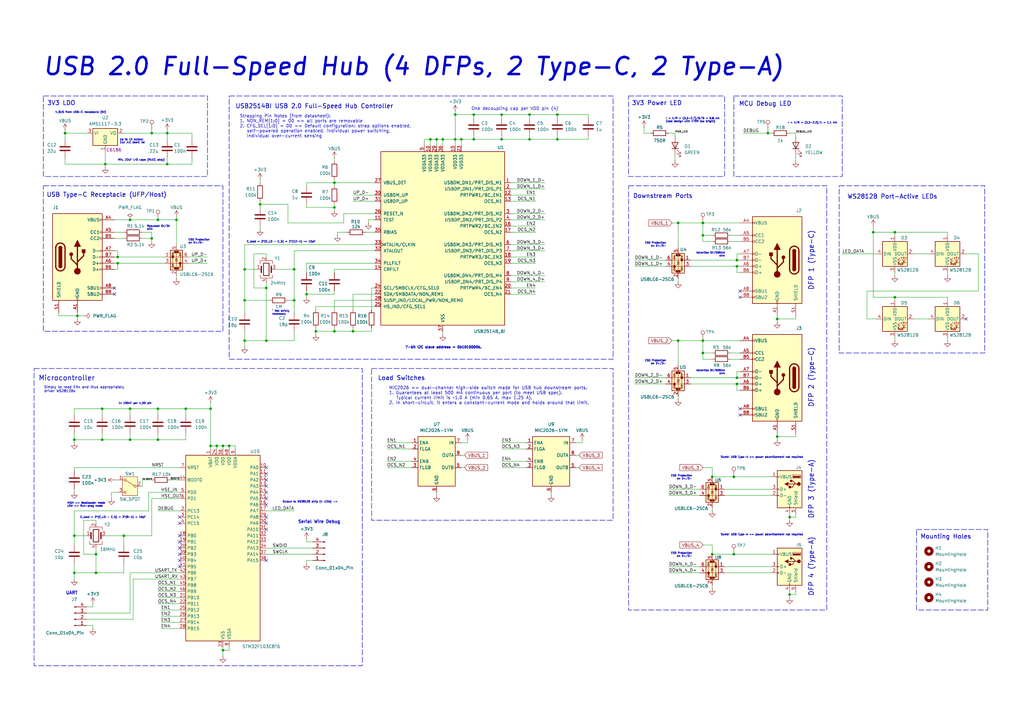
<source format=kicad_sch>
(kicad_sch (version 20250114) (generator "eeschema") (generator_version "9.0")
  (paper "A3")
  (title_block (title "USB 2.0 Full-Speed Hub (4 DFPs, 2 Type-C, 2 Type-A)") (date "2025-09-14") (rev "v1.0") (company "Lachlan Cooke"))
  (rectangle (start 344.17 76.2) (end 403.86 144.78) (stroke (width 0.2032) (type dash)))
  (rectangle (start 375.92 217.17) (end 405.13 250.19) (stroke (width 0.2032) (type dash)))
  (rectangle (start 17.78 76.2) (end 91.44 135.89) (stroke (width 0.2032) (type dash)))
  (rectangle (start 13.97 151.13) (end 148.59 273.05) (stroke (width 0.2032) (type dash)))
  (rectangle (start 17.78 39.37) (end 85.09 72.39) (stroke (width 0.2032) (type dash)))
  (rectangle (start 257.81 76.2) (end 339.09 250.19) (stroke (width 0.2032) (type dash)))
  (rectangle (start 93.98 39.37) (end 251.46 147.32) (stroke (width 0.2032) (type dash)))
  (rectangle (start 257.81 39.37) (end 297.18 72.39) (stroke (width 0.2032) (type dash)))
  (rectangle (start 300.99 39.37) (end 345.44 72.39) (stroke (width 0.2032) (type dash)))
  (rectangle (start 152.4 151.13) (end 251.46 213.36) (stroke (width 0.2032) (type dash)))
  (text "DFP 4 (Type-A)" (at 332.74 220.218 90) (effects (font (size 2 2) (thickness 0.254) (bold yes)) (justify right)))
  (text "Up to 1A output,\nCuz JLC basic lol" (at 49.022 56.896 0) (effects (font (size 0.762 0.762) (thickness 0.254) (bold yes)) (justify left top)))
  (text "Requeset 5V/3A\nsink" (at 60.198 92.456 0) (effects (font (size 0.762 0.762) (thickness 0.254) (bold yes)) (justify left top)))
  (text "One decoupling cap per VDD pin (4)" (at 193.294 44.704 0) (effects (font (size 1.27 1.27)) (justify left)))
  (text "Load Switches" (at 154.94 155.194 0) (effects (font (size 1.778 1.778) (thickness 0.254) (bold yes)) (justify left)))
  (text "DFP 2 (Type-C)" (at 332.74 142.494 90) (effects (font (size 2 2) (thickness 0.254) (bold yes)) (justify right)))
  (text "HIGH => Bootloader mode\nLOW => Run-prog mode" (at 27.432 205.994 0) (effects (font (size 0.762 0.762) (thickness 0.254) (bold yes)) (justify left top)))
  (text "MIC2026 => dual-channel high-side switch made for USB hub downstream ports.\n1. Guarantees at least 500 mA continuous per port (to meet USB spec).\n   Typical current limit is ~1.0 A (min 0.65 A, max 1.25 A).\n2. In short-circuit, it enters a constant-current mode and holds around that limit." (at 159.512 162.306 0) (effects (font (size 1.27 1.27)) (justify left)))
  (text "Microcontroller" (at 15.748 155.194 0) (effects (font (size 2.032 2.032) (thickness 0.254) (bold yes)) (justify left)))
  (text "3V3 LDO" (at 19.304 42.418 0) (effects (font (size 1.778 1.778) (thickness 0.254) (bold yes)) (justify left)))
  (text "3V3 Power LED" (at 259.08 42.418 0) (effects (font (size 1.778 1.778) (thickness 0.254) (bold yes)) (justify left)))
  (text "C_load = 2*(C_LO - C_S) = 2*(12-4) ~= 15pF" (at 101.092 98.806 0) (effects (font (size 0.762 0.762) (thickness 0.254) (bold yes)) (justify left top)))
  (text "Advertise 5V/500mA\nsink" (at 297.434 151.638 0) (effects (font (size 0.762 0.762) (thickness 0.254) (bold yes)) (justify right top)))
  (text "WS2812B Port-Active LEDs" (at 347.472 80.772 0) (effects (font (size 1.778 1.778) (thickness 0.254) (bold yes)) (justify left)))
  (text "ESD Protection\non D+/D-" (at 283.972 194.818 0) (effects (font (size 0.762 0.762) (thickness 0.254) (bold yes)) (justify right top)))
  (text "1x 100nF per V_DD pin" (at 48.514 165.1 0) (effects (font (size 0.762 0.762) (thickness 0.254) (bold yes)) (justify left top)))
  (text "UART" (at 26.924 243.332 0) (effects (font (size 1.27 1.27) (thickness 0.254) (bold yes)) (justify left)))
  (text "Output to WS2812B strip (4 LEDs) ->" (at 115.824 205.486 0) (effects (font (size 0.762 0.762) (thickness 0.254) (bold yes)) (justify left top)))
  (text "ESD Protection\non D+/D-" (at 77.216 98.044 0) (effects (font (size 0.762 0.762) (thickness 0.254) (bold yes)) (justify left top)))
  (text "Downstream Ports" (at 259.588 80.518 0) (effects (font (size 1.778 1.778) (thickness 0.254) (bold yes)) (justify left)))
  (text "I = V/R = (3.3-2.7)/0.75 = 0.8 mA\n(last design with 470R too bright)" (at 273.05 48.26 0) (effects (font (size 0.762 0.762) (thickness 0.254) (bold yes)) (justify left top)))
  (text "7-bit I2C slave address = 0b1010000b." (at 166.116 141.986 0) (effects (font (size 1 1) (thickness 0.254) (bold yes)) (justify left top)))
  (text "Serial Wire Debug" (at 122.174 214.122 0) (effects (font (size 1.27 1.27) (thickness 0.254) (bold yes)) (justify left)))
  (text "C_load = 2*(C_LO - C_S) = 2*(9-4) = 10pF" (at 32.766 211.836 0) (effects (font (size 0.762 0.762) (thickness 0.254) (bold yes)) (justify left top)))
  (text "Mounting Holes" (at 377.444 220.218 0) (effects (font (size 1.778 1.778) (thickness 0.254) (bold yes)) (justify left)))
  (text "USB2514BI USB 2.0 Full-Speed Hub Controller" (at 96.52 43.688 0) (effects (font (size 1.778 1.778) (thickness 0.254) (bold yes)) (justify left)))
  (text "'Dumb' USB Type-A => power advertisement not required" (at 329.438 187.198 0) (effects (font (size 0.762 0.762) (thickness 0.254) (bold yes)) (justify right top)))
  (text "USB 2.0 Full-Speed Hub (4 DFPs, 2 Type-C, 2 Type-A)" (at 17.272 27.432 0) (effects (font (size 7 7) (thickness 1.016) (bold yes) (italic yes)) (justify left)))
  (text "ESD Protection\non D+/D-" (at 273.304 147.574 0) (effects (font (size 0.762 0.762) (thickness 0.254) (bold yes)) (justify right top)))
  (text "Strapping Pin Notes (from datasheet):\n1. NON_REM[1:0] = 00 => all ports are removable\n2. CFG_SEL[1:0] = 00 => Default configuration: strap options enabled,\n   self-powered operation enabled, individual power switching,\n   individual over-current sensing" (at 98.298 51.816 0) (effects (font (size 1.27 1.27)) (justify left)))
  (text "Advertise 5V/500mA\nsink" (at 297.434 103.378 0) (effects (font (size 0.762 0.762) (thickness 0.254) (bold yes)) (justify right top)))
  (text "V_BUS from USB-C receptacle (5V)" (at 22.606 45.72 0) (effects (font (size 0.762 0.762) (thickness 0.254) (bold yes)) (justify left top)))
  (text "ESD Protection\non D+/D-" (at 273.304 99.314 0) (effects (font (size 0.762 0.762) (thickness 0.254) (bold yes)) (justify right top)))
  (text "I = V/R = (3.3-2.2)/1 = 1.1 mA" (at 323.088 50.038 0) (effects (font (size 0.762 0.762) (thickness 0.254) (bold yes)) (justify left top)))
  (text "Min. 22uF I/O caps (MLCC okay)" (at 48.26 65.278 0) (effects (font (size 0.762 0.762) (thickness 0.254) (bold yes)) (justify left top)))
  (text "^ Not stricly\nnecessary" (at 111.506 127.254 0) (effects (font (size 0.762 0.762) (thickness 0.254) (bold yes)) (justify left top)))
  (text "DFP 1 (Type-C)" (at 332.74 94.488 90) (effects (font (size 2 2) (thickness 0.254) (bold yes)) (justify right)))
  (text "MCU Debug LED" (at 303.022 42.672 0) (effects (font (size 1.778 1.778) (thickness 0.254) (bold yes)) (justify left)))
  (text "Simply to read ENx and thus appropriately \ndriver WS2812Bs" (at 18.034 159.766 0) (effects (font (size 1 1)) (justify left)))
  (text "DFP 3 (Type-A)" (at 332.74 188.468 90) (effects (font (size 2 2) (thickness 0.254) (bold yes)) (justify right)))
  (text "'Dumb' USB Type-A => power advertisement not required" (at 329.438 218.948 0) (effects (font (size 0.762 0.762) (thickness 0.254) (bold yes)) (justify right top)))
  (text "ESD Protection\non D+/D-" (at 283.972 226.568 0) (effects (font (size 0.762 0.762) (thickness 0.254) (bold yes)) (justify right top)))
  (text "USB Type-C Receptacle (UFP/Host)" (at 19.05 80.01 0) (effects (font (size 1.778 1.778) (thickness 0.254) (bold yes)) (justify left)))
  (junction (at 26.67 54.61))
  (junction (at 186.69 46.99))
  (junction (at 300.99 195.58))
  (junction (at 120.65 110.49))
  (junction (at 300.99 227.33))
  (junction (at 181.61 57.15))
  (junction (at 318.77 179.07))
  (junction (at 106.68 83.82))
  (junction (at 68.58 54.61))
  (junction (at 30.48 234.95))
  (junction (at 30.48 180.34))
  (junction (at 41.91 180.34))
  (junction (at 217.17 57.15))
  (junction (at 179.07 57.15))
  (junction (at 43.18 67.31))
  (junction (at 76.2 167.64))
  (junction (at 288.29 96.52))
  (junction (at 100.33 110.49))
  (junction (at 62.23 97.79))
  (junction (at 288.29 91.44))
  (junction (at 48.26 107.95))
  (junction (at 217.17 46.99))
  (junction (at 205.74 57.15))
  (junction (at 367.03 95.25))
  (junction (at 39.37 227.33))
  (junction (at 137.16 74.93))
  (junction (at 137.16 135.89))
  (junction (at 194.31 46.99))
  (junction (at 302.26 157.48))
  (junction (at 53.34 167.64))
  (junction (at 93.98 182.88))
  (junction (at 62.23 54.61))
  (junction (at 64.77 167.64))
  (junction (at 189.23 57.15))
  (junction (at 86.36 167.64))
  (junction (at 278.13 139.7))
  (junction (at 125.73 120.65))
  (junction (at 91.44 266.7))
  (junction (at 228.6 46.99))
  (junction (at 205.74 46.99))
  (junction (at 302.26 154.94))
  (junction (at 39.37 234.95))
  (junction (at 129.54 135.89))
  (junction (at 186.69 57.15))
  (junction (at 314.96 54.61))
  (junction (at 302.26 106.68))
  (junction (at 53.34 180.34))
  (junction (at 109.22 139.7))
  (junction (at 288.29 139.7))
  (junction (at 194.31 57.15))
  (junction (at 120.65 123.19))
  (junction (at 41.91 167.64))
  (junction (at 323.85 212.09))
  (junction (at 318.77 130.81))
  (junction (at 50.8 219.71))
  (junction (at 30.48 219.71))
  (junction (at 48.26 105.41))
  (junction (at 288.29 144.78))
  (junction (at 64.77 180.34))
  (junction (at 86.36 182.88))
  (junction (at 88.9 182.88))
  (junction (at 358.14 95.25))
  (junction (at 176.53 57.15))
  (junction (at 109.22 118.11))
  (junction (at 292.1 227.33))
  (junction (at 137.16 85.09))
  (junction (at 72.39 90.17))
  (junction (at 100.33 139.7))
  (junction (at 302.26 109.22))
  (junction (at 292.1 195.58))
  (junction (at 367.03 121.92))
  (junction (at 91.44 182.88))
  (junction (at 323.85 243.84))
  (junction (at 64.77 90.17))
  (junction (at 68.58 67.31))
  (junction (at 228.6 57.15))
  (junction (at 278.13 91.44))
  (junction (at 144.78 135.89))
  (junction (at 100.33 123.19))
  (junction (at 53.34 90.17))
  (junction (at 31.75 129.54))
  (no_connect (at 396.24 130.81))
  (no_connect (at 109.22 229.87))
  (no_connect (at 46.99 120.65))
  (no_connect (at 303.53 119.38))
  (no_connect (at 303.53 121.92))
  (no_connect (at 109.22 204.47))
  (no_connect (at 109.22 196.85))
  (no_connect (at 73.66 227.33))
  (no_connect (at 46.99 118.11))
  (no_connect (at 73.66 229.87))
  (no_connect (at 73.66 224.79))
  (no_connect (at 73.66 219.71))
  (no_connect (at 109.22 191.77))
  (no_connect (at 73.66 222.25))
  (no_connect (at 73.66 214.63))
  (no_connect (at 109.22 212.09))
  (no_connect (at 109.22 217.17))
  (no_connect (at 109.22 201.93))
  (no_connect (at 303.53 170.18))
  (no_connect (at 109.22 214.63))
  (no_connect (at 73.66 212.09))
  (no_connect (at 109.22 199.39))
  (no_connect (at 109.22 194.31))
  (no_connect (at 109.22 207.01))
  (no_connect (at 303.53 167.64))
  (no_connect (at 73.66 232.41))
  (wire (pts (xy 138.43 96.52) (xy 138.43 95.25)))
  (wire (pts (xy 292.1 96.52) (xy 288.29 96.52)))
  (wire (pts (xy 302.26 106.68) (xy 283.21 106.68)))
  (wire (pts (xy 106.68 83.82) (xy 106.68 85.09)))
  (wire (pts (xy 287.02 232.41) (xy 274.32 232.41)))
  (wire (pts (xy 209.55 105.41) (xy 219.71 105.41)))
  (wire (pts (xy 68.58 53.34) (xy 68.58 54.61)))
  (wire (pts (xy 144.78 82.55) (xy 153.67 82.55)))
  (wire (pts (xy 205.74 57.15) (xy 217.17 57.15)))
  (wire (pts (xy 189.23 57.15) (xy 186.69 57.15)))
  (wire (pts (xy 358.14 121.92) (xy 367.03 121.92)))
  (wire (pts (xy 62.23 54.61) (xy 68.58 54.61)))
  (wire (pts (xy 100.33 135.89) (xy 100.33 139.7)))
  (wire (pts (xy 53.34 167.64) (xy 64.77 167.64)))
  (wire (pts (xy 292.1 195.58) (xy 300.99 195.58)))
  (wire (pts (xy 125.73 120.65) (xy 125.73 121.92)))
  (wire (pts (xy 300.99 227.33) (xy 316.23 227.33)))
  (wire (pts (xy 109.22 104.14) (xy 109.22 105.41)))
  (wire (pts (xy 64.77 240.03) (xy 73.66 240.03)))
  (wire (pts (xy 58.42 199.39) (xy 58.42 196.85)))
  (wire (pts (xy 64.77 245.11) (xy 73.66 245.11)))
  (wire (pts (xy 326.39 54.61) (xy 323.85 54.61)))
  (wire (pts (xy 125.73 231.14) (xy 125.73 229.87)))
  (wire (pts (xy 78.74 57.15) (xy 78.74 54.61)))
  (wire (pts (xy 153.67 74.93) (xy 137.16 74.93)))
  (wire (pts (xy 303.53 144.78) (xy 299.72 144.78)))
  (wire (pts (xy 186.69 57.15) (xy 186.69 59.69)))
  (wire (pts (xy 43.18 219.71) (xy 50.8 219.71)))
  (wire (pts (xy 355.6 119.38) (xy 401.32 119.38)))
  (wire (pts (xy 179.07 57.15) (xy 181.61 57.15)))
  (wire (pts (xy 278.13 139.7) (xy 288.29 139.7)))
  (wire (pts (xy 46.99 107.95) (xy 48.26 107.95)))
  (wire (pts (xy 303.53 152.4) (xy 302.26 152.4)))
  (wire (pts (xy 30.48 177.8) (xy 30.48 180.34)))
  (wire (pts (xy 209.55 74.93) (xy 223.52 74.93)))
  (wire (pts (xy 209.55 100.33) (xy 223.52 100.33)))
  (wire (pts (xy 38.1 248.92) (xy 38.1 247.65)))
  (wire (pts (xy 100.33 110.49) (xy 105.41 110.49)))
  (wire (pts (xy 266.7 54.61) (xy 264.16 54.61)))
  (wire (pts (xy 93.98 184.15) (xy 93.98 182.88)))
  (wire (pts (xy 205.74 57.15) (xy 205.74 55.88)))
  (wire (pts (xy 39.37 227.33) (xy 39.37 234.95)))
  (wire (pts (xy 149.86 95.25) (xy 153.67 95.25)))
  (wire (pts (xy 209.55 118.11) (xy 219.71 118.11)))
  (wire (pts (xy 26.67 57.15) (xy 26.67 54.61)))
  (wire (pts (xy 66.04 252.73) (xy 73.66 252.73)))
  (wire (pts (xy 68.58 57.15) (xy 68.58 54.61)))
  (wire (pts (xy 241.3 46.99) (xy 228.6 46.99)))
  (wire (pts (xy 60.96 201.93) (xy 73.66 201.93)))
  (wire (pts (xy 39.37 234.95) (xy 30.48 234.95)))
  (wire (pts (xy 238.76 180.34) (xy 238.76 181.61)))
  (wire (pts (xy 120.65 123.19) (xy 120.65 128.27)))
  (wire (pts (xy 64.77 209.55) (xy 73.66 209.55)))
  (wire (pts (xy 137.16 74.93) (xy 137.16 76.2)))
  (wire (pts (xy 138.43 95.25) (xy 142.24 95.25)))
  (wire (pts (xy 323.85 242.57) (xy 323.85 243.84)))
  (wire (pts (xy 144.78 135.89) (xy 152.4 135.89)))
  (wire (pts (xy 278.13 162.56) (xy 278.13 163.83)))
  (wire (pts (xy 278.13 114.3) (xy 278.13 115.57)))
  (wire (pts (xy 152.4 118.11) (xy 153.67 118.11)))
  (wire (pts (xy 302.26 154.94) (xy 283.21 154.94)))
  (wire (pts (xy 45.72 204.47) (xy 45.72 201.93)))
  (wire (pts (xy 194.31 57.15) (xy 205.74 57.15)))
  (wire (pts (xy 30.48 231.14) (xy 30.48 234.95)))
  (wire (pts (xy 303.53 104.14) (xy 302.26 104.14)))
  (wire (pts (xy 302.26 111.76) (xy 302.26 109.22)))
  (wire (pts (xy 215.9 181.61) (xy 205.74 181.61)))
  (wire (pts (xy 50.8 234.95) (xy 39.37 234.95)))
  (wire (pts (xy 168.91 184.15) (xy 158.75 184.15)))
  (wire (pts (xy 93.98 182.88) (xy 96.52 182.88)))
  (wire (pts (xy 303.53 109.22) (xy 302.26 109.22)))
  (wire (pts (xy 46.99 97.79) (xy 50.8 97.79)))
  (wire (pts (xy 209.55 82.55) (xy 219.71 82.55)))
  (wire (pts (xy 318.77 179.07) (xy 318.77 180.34)))
  (wire (pts (xy 137.16 135.89) (xy 144.78 135.89)))
  (wire (pts (xy 72.39 100.33) (xy 72.39 90.17)))
  (wire (pts (xy 358.14 92.71) (xy 358.14 95.25)))
  (wire (pts (xy 91.44 265.43) (xy 91.44 266.7)))
  (wire (pts (xy 46.99 90.17) (xy 53.34 90.17)))
  (wire (pts (xy 77.47 105.41) (xy 85.09 105.41)))
  (wire (pts (xy 68.58 64.77) (xy 68.58 67.31)))
  (wire (pts (xy 314.96 53.34) (xy 314.96 54.61)))
  (wire (pts (xy 374.65 130.81) (xy 381 130.81)))
  (wire (pts (xy 43.18 67.31) (xy 68.58 67.31)))
  (wire (pts (xy 152.4 127) (xy 152.4 118.11)))
  (wire (pts (xy 326.39 55.88) (xy 326.39 54.61)))
  (wire (pts (xy 318.77 130.81) (xy 318.77 132.08)))
  (wire (pts (xy 30.48 200.66) (xy 30.48 201.93)))
  (wire (pts (xy 152.4 134.62) (xy 152.4 135.89)))
  (wire (pts (xy 62.23 95.25) (xy 62.23 97.79)))
  (wire (pts (xy 303.53 160.02) (xy 302.26 160.02)))
  (wire (pts (xy 241.3 55.88) (xy 241.3 57.15)))
  (wire (pts (xy 228.6 48.26) (xy 228.6 46.99)))
  (wire (pts (xy 303.53 111.76) (xy 302.26 111.76)))
  (wire (pts (xy 303.53 99.06) (xy 299.72 99.06)))
  (wire (pts (xy 34.29 227.33) (xy 39.37 227.33)))
  (wire (pts (xy 118.11 123.19) (xy 120.65 123.19)))
  (wire (pts (xy 39.37 227.33) (xy 39.37 224.79)))
  (wire (pts (xy 288.29 99.06) (xy 292.1 99.06)))
  (wire (pts (xy 129.54 125.73) (xy 129.54 127)))
  (wire (pts (xy 93.98 265.43) (xy 93.98 266.7)))
  (wire (pts (xy 209.55 77.47) (xy 223.52 77.47)))
  (wire (pts (xy 358.14 95.25) (xy 358.14 121.92)))
  (wire (pts (xy 72.39 113.03) (xy 72.39 114.3)))
  (wire (pts (xy 86.36 165.1) (xy 86.36 167.64)))
  (wire (pts (xy 153.67 125.73) (xy 129.54 125.73)))
  (wire (pts (xy 179.07 59.69) (xy 179.07 57.15)))
  (wire (pts (xy 302.26 106.68) (xy 302.26 104.14)))
  (wire (pts (xy 367.03 111.76) (xy 367.03 113.03)))
  (wire (pts (xy 181.61 57.15) (xy 186.69 57.15)))
  (wire (pts (xy 226.06 201.93) (xy 226.06 203.2)))
  (wire (pts (xy 137.16 119.38) (xy 137.16 120.65)))
  (wire (pts (xy 76.2 170.18) (xy 76.2 167.64)))
  (wire (pts (xy 26.67 64.77) (xy 26.67 67.31)))
  (wire (pts (xy 120.65 139.7) (xy 109.22 139.7)))
  (wire (pts (xy 137.16 110.49) (xy 153.67 110.49)))
  (wire (pts (xy 91.44 182.88) (xy 88.9 182.88)))
  (wire (pts (xy 125.73 83.82) (xy 125.73 85.09)))
  (wire (pts (xy 39.37 213.36) (xy 34.29 213.36)))
  (wire (pts (xy 288.29 139.7) (xy 288.29 144.78)))
  (wire (pts (xy 120.65 102.87) (xy 120.65 110.49)))
  (wire (pts (xy 137.16 123.19) (xy 137.16 127)))
  (wire (pts (xy 109.22 139.7) (xy 100.33 139.7)))
  (wire (pts (xy 140.97 87.63) (xy 140.97 91.44)))
  (wire (pts (xy 46.99 105.41) (xy 48.26 105.41)))
  (wire (pts (xy 53.34 180.34) (xy 41.91 180.34)))
  (wire (pts (xy 62.23 97.79) (xy 58.42 97.79)))
  (wire (pts (xy 109.22 118.11) (xy 109.22 139.7)))
  (wire (pts (xy 125.73 76.2) (xy 125.73 74.93)))
  (wire (pts (xy 374.65 104.14) (xy 381 104.14)))
  (wire (pts (xy 30.48 234.95) (xy 30.48 237.49)))
  (wire (pts (xy 292.1 240.03) (xy 292.1 241.3)))
  (wire (pts (xy 53.34 90.17) (xy 64.77 90.17)))
  (wire (pts (xy 35.56 248.92) (xy 38.1 248.92)))
  (wire (pts (xy 151.13 91.44) (xy 151.13 90.17)))
  (wire (pts (xy 43.18 67.31) (xy 43.18 68.58)))
  (wire (pts (xy 86.36 182.88) (xy 86.36 184.15)))
  (wire (pts (xy 292.1 144.78) (xy 288.29 144.78)))
  (wire (pts (xy 125.73 111.76) (xy 125.73 107.95)))
  (wire (pts (xy 323.85 243.84) (xy 323.85 245.11)))
  (wire (pts (xy 93.98 182.88) (xy 91.44 182.88)))
  (wire (pts (xy 100.33 100.33) (xy 100.33 110.49)))
  (wire (pts (xy 217.17 57.15) (xy 217.17 55.88)))
  (wire (pts (xy 88.9 184.15) (xy 88.9 182.88)))
  (wire (pts (xy 137.16 64.77) (xy 137.16 66.04)))
  (wire (pts (xy 288.29 191.77) (xy 292.1 191.77)))
  (wire (pts (xy 323.85 212.09) (xy 323.85 213.36)))
  (wire (pts (xy 129.54 135.89) (xy 129.54 137.16)))
  (wire (pts (xy 137.16 73.66) (xy 137.16 74.93)))
  (wire (pts (xy 66.04 250.19) (xy 73.66 250.19)))
  (wire (pts (xy 62.23 219.71) (xy 62.23 204.47)))
  (wire (pts (xy 137.16 83.82) (xy 137.16 85.09)))
  (wire (pts (xy 35.56 254) (xy 54.61 254)))
  (wire (pts (xy 66.04 257.81) (xy 73.66 257.81)))
  (wire (pts (xy 86.36 167.64) (xy 86.36 182.88)))
  (wire (pts (xy 303.53 96.52) (xy 299.72 96.52)))
  (wire (pts (xy 326.39 177.8) (xy 326.39 179.07)))
  (wire (pts (xy 125.73 222.25) (xy 125.73 220.98)))
  (wire (pts (xy 326.39 243.84) (xy 323.85 243.84)))
  (wire (pts (xy 46.99 110.49) (xy 48.26 110.49)))
  (wire (pts (xy 38.1 256.54) (xy 35.56 256.54)))
  (wire (pts (xy 209.55 107.95) (xy 219.71 107.95)))
  (wire (pts (xy 367.03 96.52) (xy 367.03 95.25)))
  (wire (pts (xy 326.39 130.81) (xy 318.77 130.81)))
  (wire (pts (xy 106.68 82.55) (xy 106.68 83.82)))
  (wire (pts (xy 24.13 128.27) (xy 24.13 129.54)))
  (wire (pts (xy 64.77 180.34) (xy 53.34 180.34)))
  (wire (pts (xy 215.9 184.15) (xy 205.74 184.15)))
  (wire (pts (xy 129.54 134.62) (xy 129.54 135.89)))
  (wire (pts (xy 39.37 213.36) (xy 39.37 214.63)))
  (wire (pts (xy 58.42 95.25) (xy 62.23 95.25)))
  (wire (pts (xy 318.77 177.8) (xy 318.77 179.07)))
  (wire (pts (xy 91.44 266.7) (xy 91.44 269.24)))
  (wire (pts (xy 30.48 180.34) (xy 30.48 181.61)))
  (wire (pts (xy 217.17 46.99) (xy 205.74 46.99)))
  (wire (pts (xy 137.16 134.62) (xy 137.16 135.89)))
  (wire (pts (xy 48.26 110.49) (xy 48.26 107.95)))
  (wire (pts (xy 53.34 234.95) (xy 73.66 234.95)))
  (wire (pts (xy 100.33 110.49) (xy 100.33 123.19)))
  (wire (pts (xy 276.86 63.5) (xy 276.86 66.04)))
  (wire (pts (xy 30.48 180.34) (xy 41.91 180.34)))
  (wire (pts (xy 43.18 62.23) (xy 43.18 67.31)))
  (wire (pts (xy 189.23 191.77) (xy 190.5 191.77)))
  (wire (pts (xy 209.55 87.63) (xy 223.52 87.63)))
  (wire (pts (xy 137.16 86.36) (xy 137.16 85.09)))
  (wire (pts (xy 303.53 154.94) (xy 302.26 154.94)))
  (wire (pts (xy 302.26 154.94) (xy 302.26 152.4)))
  (wire (pts (xy 228.6 46.99) (xy 217.17 46.99)))
  (wire (pts (xy 217.17 48.26) (xy 217.17 46.99)))
  (wire (pts (xy 30.48 209.55) (xy 30.48 219.71)))
  (wire (pts (xy 278.13 91.44) (xy 288.29 91.44)))
  (wire (pts (xy 316.23 234.95) (xy 297.18 234.95)))
  (wire (pts (xy 144.78 80.01) (xy 153.67 80.01)))
  (wire (pts (xy 100.33 123.19) (xy 110.49 123.19)))
  (wire (pts (xy 34.29 213.36) (xy 34.29 227.33)))
  (wire (pts (xy 118.11 91.44) (xy 118.11 83.82)))
  (wire (pts (xy 194.31 46.99) (xy 194.31 48.26)))
  (wire (pts (xy 26.67 53.34) (xy 26.67 54.61)))
  (wire (pts (xy 125.73 229.87) (xy 128.27 229.87)))
  (wire (pts (xy 287.02 203.2) (xy 274.32 203.2)))
  (wire (pts (xy 236.22 181.61) (xy 238.76 181.61)))
  (wire (pts (xy 273.05 106.68) (xy 260.35 106.68)))
  (wire (pts (xy 48.26 107.95) (xy 67.31 107.95)))
  (wire (pts (xy 401.32 119.38) (xy 401.32 104.14)))
  (wire (pts (xy 76.2 167.64) (xy 86.36 167.64)))
  (wire (pts (xy 302.26 160.02) (xy 302.26 157.48)))
  (wire (pts (xy 125.73 85.09) (xy 137.16 85.09)))
  (wire (pts (xy 153.67 87.63) (xy 140.97 87.63)))
  (wire (pts (xy 104.14 118.11) (xy 109.22 118.11)))
  (wire (pts (xy 104.14 104.14) (xy 104.14 118.11)))
  (wire (pts (xy 401.32 104.14) (xy 396.24 104.14)))
  (wire (pts (xy 209.55 113.03) (xy 223.52 113.03)))
  (wire (pts (xy 275.59 91.44) (xy 278.13 91.44)))
  (wire (pts (xy 388.62 96.52) (xy 388.62 95.25)))
  (wire (pts (xy 62.23 99.06) (xy 62.23 97.79)))
  (wire (pts (xy 304.8 54.61) (xy 314.96 54.61)))
  (wire (pts (xy 120.65 110.49) (xy 120.65 123.19)))
  (wire (pts (xy 209.55 120.65) (xy 219.71 120.65)))
  (wire (pts (xy 41.91 170.18) (xy 41.91 167.64)))
  (wire (pts (xy 303.53 139.7) (xy 288.29 139.7)))
  (wire (pts (xy 48.26 105.41) (xy 48.26 102.87)))
  (wire (pts (xy 288.29 91.44) (xy 288.29 96.52)))
  (wire (pts (xy 228.6 55.88) (xy 228.6 57.15)))
  (wire (pts (xy 209.55 80.01) (xy 219.71 80.01)))
  (wire (pts (xy 100.33 100.33) (xy 153.67 100.33)))
  (wire (pts (xy 78.74 54.61) (xy 68.58 54.61)))
  (wire (pts (xy 316.23 200.66) (xy 297.18 200.66)))
  (wire (pts (xy 109.22 227.33) (xy 128.27 227.33)))
  (wire (pts (xy 91.44 184.15) (xy 91.44 182.88)))
  (wire (pts (xy 93.98 266.7) (xy 91.44 266.7)))
  (wire (pts (xy 288.29 144.78) (xy 288.29 147.32)))
  (wire (pts (xy 31.75 129.54) (xy 31.75 130.81)))
  (wire (pts (xy 30.48 167.64) (xy 41.91 167.64)))
  (wire (pts (xy 120.65 135.89) (xy 120.65 139.7)))
  (wire (pts (xy 69.85 196.85) (xy 73.66 196.85)))
  (wire (pts (xy 209.55 102.87) (xy 223.52 102.87)))
  (wire (pts (xy 53.34 251.46) (xy 53.34 234.95)))
  (wire (pts (xy 113.03 110.49) (xy 120.65 110.49)))
  (wire (pts (xy 215.9 191.77) (xy 205.74 191.77)))
  (wire (pts (xy 30.48 219.71) (xy 35.56 219.71)))
  (wire (pts (xy 209.55 90.17) (xy 223.52 90.17)))
  (wire (pts (xy 31.75 128.27) (xy 31.75 129.54)))
  (wire (pts (xy 76.2 180.34) (xy 64.77 180.34)))
  (wire (pts (xy 273.05 109.22) (xy 260.35 109.22)))
  (wire (pts (xy 323.85 210.82) (xy 323.85 212.09)))
  (wire (pts (xy 326.39 129.54) (xy 326.39 130.81)))
  (wire (pts (xy 53.34 177.8) (xy 53.34 180.34)))
  (wire (pts (xy 287.02 234.95) (xy 274.32 234.95)))
  (wire (pts (xy 288.29 223.52) (xy 292.1 223.52)))
  (wire (pts (xy 78.74 64.77) (xy 78.74 67.31)))
  (wire (pts (xy 292.1 191.77) (xy 292.1 195.58)))
  (wire (pts (xy 153.67 120.65) (xy 144.78 120.65)))
  (wire (pts (xy 88.9 182.88) (xy 86.36 182.88)))
  (wire (pts (xy 26.67 67.31) (xy 43.18 67.31)))
  (wire (pts (xy 189.23 186.69) (xy 190.5 186.69)))
  (wire (pts (xy 140.97 91.44) (xy 118.11 91.44)))
  (wire (pts (xy 54.61 254) (xy 54.61 237.49)))
  (wire (pts (xy 189.23 57.15) (xy 189.23 59.69)))
  (wire (pts (xy 50.8 54.61) (xy 62.23 54.61)))
  (wire (pts (xy 302.26 157.48) (xy 283.21 157.48)))
  (wire (pts (xy 30.48 170.18) (xy 30.48 167.64)))
  (wire (pts (xy 41.91 177.8) (xy 41.91 180.34)))
  (wire (pts (xy 278.13 149.86) (xy 278.13 139.7)))
  (wire (pts (xy 194.31 57.15) (xy 189.23 57.15)))
  (wire (pts (xy 326.39 179.07) (xy 318.77 179.07)))
  (wire (pts (xy 24.13 129.54) (xy 31.75 129.54)))
  (wire (pts (xy 186.69 46.99) (xy 186.69 57.15)))
  (wire (pts (xy 173.99 59.69) (xy 173.99 57.15)))
  (wire (pts (xy 388.62 111.76) (xy 388.62 113.03)))
  (wire (pts (xy 303.53 147.32) (xy 299.72 147.32)))
  (wire (pts (xy 288.29 147.32) (xy 292.1 147.32)))
  (wire (pts (xy 125.73 74.93) (xy 137.16 74.93)))
  (wire (pts (xy 292.1 227.33) (xy 300.99 227.33)))
  (wire (pts (xy 228.6 57.15) (xy 241.3 57.15)))
  (wire (pts (xy 388.62 123.19) (xy 388.62 121.92)))
  (wire (pts (xy 194.31 46.99) (xy 186.69 46.99)))
  (wire (pts (xy 53.34 170.18) (xy 53.34 167.64)))
  (wire (pts (xy 302.26 109.22) (xy 283.21 109.22)))
  (wire (pts (xy 58.42 196.85) (xy 62.23 196.85)))
  (wire (pts (xy 303.53 91.44) (xy 288.29 91.44)))
  (wire (pts (xy 273.05 154.94) (xy 260.35 154.94)))
  (wire (pts (xy 66.04 255.27) (xy 73.66 255.27)))
  (wire (pts (xy 215.9 189.23) (xy 205.74 189.23)))
  (wire (pts (xy 125.73 119.38) (xy 125.73 120.65)))
  (wire (pts (xy 125.73 120.65) (xy 137.16 120.65)))
  (wire (pts (xy 176.53 57.15) (xy 179.07 57.15)))
  (wire (pts (xy 128.27 222.25) (xy 125.73 222.25)))
  (wire (pts (xy 54.61 237.49) (xy 73.66 237.49)))
  (wire (pts (xy 326.39 63.5) (xy 326.39 66.04)))
  (wire (pts (xy 303.53 157.48) (xy 302.26 157.48)))
  (wire (pts (xy 176.53 59.69) (xy 176.53 57.15)))
  (wire (pts (xy 109.22 104.14) (xy 104.14 104.14)))
  (wire (pts (xy 144.78 120.65) (xy 144.78 127)))
  (wire (pts (xy 209.55 95.25) (xy 219.71 95.25)))
  (wire (pts (xy 46.99 102.87) (xy 48.26 102.87)))
  (wire (pts (xy 48.26 105.41) (xy 67.31 105.41)))
  (wire (pts (xy 64.77 90.17) (xy 72.39 90.17)))
  (wire (pts (xy 60.96 209.55) (xy 30.48 209.55)))
  (wire (pts (xy 62.23 53.34) (xy 62.23 54.61)))
  (wire (pts (xy 30.48 193.04) (xy 30.48 191.77)))
  (wire (pts (xy 292.1 223.52) (xy 292.1 227.33)))
  (wire (pts (xy 118.11 83.82) (xy 106.68 83.82)))
  (wire (pts (xy 137.16 111.76) (xy 137.16 110.49)))
  (wire (pts (xy 64.77 247.65) (xy 73.66 247.65)))
  (wire (pts (xy 300.99 195.58) (xy 316.23 195.58)))
  (wire (pts (xy 318.77 129.54) (xy 318.77 130.81)))
  (wire (pts (xy 50.8 219.71) (xy 62.23 219.71)))
  (wire (pts (xy 31.75 129.54) (xy 34.29 129.54)))
  (wire (pts (xy 276.86 54.61) (xy 274.32 54.61)))
  (wire (pts (xy 78.74 67.31) (xy 68.58 67.31)))
  (wire (pts (xy 168.91 191.77) (xy 158.75 191.77)))
  (wire (pts (xy 367.03 138.43) (xy 367.03 139.7)))
  (wire (pts (xy 278.13 101.6) (xy 278.13 91.44)))
  (wire (pts (xy 345.44 104.14) (xy 359.41 104.14)))
  (wire (pts (xy 77.47 107.95) (xy 85.09 107.95)))
  (wire (pts (xy 168.91 189.23) (xy 158.75 189.23)))
  (wire (pts (xy 191.77 180.34) (xy 191.77 181.61)))
  (wire (pts (xy 64.77 242.57) (xy 73.66 242.57)))
  (wire (pts (xy 292.1 208.28) (xy 292.1 209.55)))
  (wire (pts (xy 275.59 139.7) (xy 278.13 139.7)))
  (wire (pts (xy 38.1 257.81) (xy 38.1 256.54)))
  (wire (pts (xy 50.8 231.14) (xy 50.8 234.95)))
  (wire (pts (xy 388.62 121.92) (xy 367.03 121.92)))
  (wire (pts (xy 326.39 242.57) (xy 326.39 243.84)))
  (wire (pts (xy 26.67 54.61) (xy 35.56 54.61)))
  (wire (pts (xy 287.02 200.66) (xy 274.32 200.66)))
  (wire (pts (xy 316.23 232.41) (xy 297.18 232.41)))
  (wire (pts (xy 276.86 55.88) (xy 276.86 54.61)))
  (wire (pts (xy 303.53 106.68) (xy 302.26 106.68)))
  (wire (pts (xy 181.61 135.89) (xy 181.61 137.16)))
  (wire (pts (xy 109.22 118.11) (xy 109.22 115.57)))
  (wire (pts (xy 125.73 107.95) (xy 153.67 107.95)))
  (wire (pts (xy 100.33 123.19) (xy 100.33 128.27)))
  (wire (pts (xy 64.77 177.8) (xy 64.77 180.34)))
  (wire (pts (xy 109.22 209.55) (xy 120.65 209.55)))
  (wire (pts (xy 41.91 167.64) (xy 53.34 167.64)))
  (wire (pts (xy 326.39 212.09) (xy 323.85 212.09)))
  (wire (pts (xy 236.22 191.77) (xy 237.49 191.77)))
  (wire (pts (xy 45.72 201.93) (xy 48.26 201.93)))
  (wire (pts (xy 60.96 201.93) (xy 60.96 209.55)))
  (wire (pts (xy 241.3 48.26) (xy 241.3 46.99)))
  (wire (pts (xy 120.65 102.87) (xy 153.67 102.87)))
  (wire (pts (xy 168.91 181.61) (xy 158.75 181.61)))
  (wire (pts (xy 100.33 139.7) (xy 100.33 142.24)))
  (wire (pts (xy 173.99 57.15) (xy 176.53 57.15)))
  (wire (pts (xy 144.78 134.62) (xy 144.78 135.89)))
  (wire (pts (xy 179.07 201.93) (xy 179.07 203.2)))
  (wire (pts (xy 355.6 130.81) (xy 355.6 119.38)))
  (wire (pts (xy 137.16 135.89) (xy 129.54 135.89)))
  (wire (pts (xy 106.68 73.66) (xy 106.68 74.93)))
  (wire (pts (xy 194.31 57.15) (xy 194.31 55.88)))
  (wire (pts (xy 288.29 96.52) (xy 288.29 99.06)))
  (wire (pts (xy 151.13 90.17) (xy 153.67 90.17)))
  (wire (pts (xy 316.23 203.2) (xy 297.18 203.2)))
  (wire (pts (xy 359.41 130.81) (xy 355.6 130.81)))
  (wire (pts (xy 194.31 46.99) (xy 205.74 46.99)))
  (wire (pts (xy 314.96 54.61) (xy 316.23 54.61)))
  (wire (pts (xy 35.56 251.46) (xy 53.34 251.46)))
  (wire (pts (xy 76.2 177.8) (xy 76.2 180.34)))
  (wire (pts (xy 64.77 170.18) (xy 64.77 167.64)))
  (wire (pts (xy 109.22 224.79) (xy 128.27 224.79)))
  (wire (pts (xy 388.62 138.43) (xy 388.62 139.7)))
  (wire (pts (xy 30.48 219.71) (xy 30.48 223.52)))
  (wire (pts (xy 358.14 95.25) (xy 367.03 95.25)))
  (wire (pts (xy 189.23 181.61) (xy 191.77 181.61)))
  (wire (pts (xy 106.68 92.71) (xy 106.68 93.98)))
  (wire (pts (xy 209.55 115.57) (xy 223.52 115.57)))
  (wire (pts (xy 388.62 95.25) (xy 367.03 95.25)))
  (wire (pts (xy 186.69 45.72) (xy 186.69 46.99)))
  (wire (pts (xy 96.52 184.15) (xy 96.52 182.88)))
  (wire (pts (xy 205.74 48.26) (xy 205.74 46.99)))
  (wire (pts (xy 46.99 196.85) (xy 48.26 196.85)))
  (wire (pts (xy 50.8 219.71) (xy 50.8 223.52)))
  (wire (pts (xy 62.23 204.47) (xy 73.66 204.47)))
  (wire (pts (xy 30.48 191.77) (xy 73.66 191.77)))
  (wire (pts (xy 236.22 186.69) (xy 237.49 186.69)))
  (wire (pts (xy 273.05 157.48) (xy 260.35 157.48)))
  (wire (pts (xy 209.55 92.71) (xy 219.71 92.71)))
  (wire (pts (xy 367.03 121.92) (xy 367.03 123.19)))
  (wire (pts (xy 181.61 59.69) (xy 181.61 57.15)))
  (wire (pts (xy 46.99 95.25) (xy 50.8 95.25)))
  (wire (pts (xy 72.39 88.9) (xy 72.39 90.17)))
  (wire (pts (xy 228.6 57.15) (xy 217.17 57.15)))
  (wire (pts (xy 326.39 210.82) (xy 326.39 212.09)))
  (wire (pts (xy 153.67 123.19) (xy 137.16 123.19)))
  (wire (pts (xy 264.16 54.61) (xy 264.16 52.07)))
  (wire (pts (xy 64.77 167.64) (xy 76.2 167.64)))
  (label "DOWN_2_D-" (at 223.52 87.63 180))
  (label "EN1" (at 158.75 181.61 0))
  (label "DOWN_1_D+" (at 223.52 77.47 180))
  (label "DOWN_3_D-" (at 223.52 100.33 180))
  (label "DOWN_3_D-" (at 274.32 200.66 0))
  (label "NRST" (at 62.23 191.77 0))
  (label "DOWN_4_D+" (at 223.52 115.57 180))
  (label "DOWN_4_D+" (at 274.32 234.95 0))
  (label "DOWN_2_D+" (at 223.52 90.17 180))
  (label "OCS_N1" (at 64.77 240.03 0))
  (label "UP_D-" (at 85.09 105.41 180))
  (label "OCS_N4" (at 64.77 247.65 0))
  (label "DOWN_1_D-" (at 260.35 106.68 0))
  (label "BOOT0" (at 69.85 196.85 0) (effects (font (size 0.762 0.762))))
  (label "EN4" (at 205.74 189.23 0))
  (label "OCS_N2" (at 64.77 242.57 0))
  (label "USART_RX" (at 63.5 237.49 0))
  (label "EN2" (at 66.04 252.73 0))
  (label "DOWN_1_D+" (at 260.35 109.22 0))
  (label "EN3" (at 219.71 105.41 180))
  (label "DOWN_2_D-" (at 260.35 154.94 0))
  (label "UP_D+" (at 144.78 82.55 0))
  (label "EN2" (at 158.75 189.23 0))
  (label "OCS_N4" (at 205.74 191.77 0))
  (label "PWR_LED" (at 276.86 54.61 0) (effects (font (size 0.762 0.762))))
  (label "DOWN_2_D+" (at 260.35 157.48 0))
  (label "DOWN_1_D-" (at 223.52 74.93 180))
  (label "HSE_OUT" (at 66.04 204.47 0))
  (label "LED_DATA" (at 345.44 104.14 0))
  (label "EN2" (at 219.71 92.71 180))
  (label "OCS_N1" (at 158.75 184.15 0))
  (label "OCS_N3" (at 64.77 245.11 0))
  (label "EN1" (at 219.71 80.01 180))
  (label "DEBUG" (at 304.8 54.61 0))
  (label "OCS_N2" (at 219.71 95.25 180))
  (label "UP_D+" (at 85.09 107.95 180))
  (label "DOWN_4_D-" (at 223.52 113.03 180))
  (label "USART_TX" (at 63.5 234.95 0))
  (label "OCS_N3" (at 205.74 184.15 0))
  (label "OCS_N4" (at 219.71 120.65 180))
  (label "EN4" (at 219.71 118.11 180))
  (label "SW_BOOT0" (at 58.42 196.85 0) (effects (font (size 0.508 0.508))))
  (label "DEBUG_LED" (at 326.39 54.61 0) (effects (font (size 0.762 0.762))))
  (label "HSE_IN" (at 66.04 201.93 0))
  (label "DOWN_3_D+" (at 223.52 102.87 180))
  (label "UP_D-" (at 144.78 80.01 0))
  (label "EN3" (at 66.04 255.27 0))
  (label "DOWN_3_D+" (at 274.32 203.2 0))
  (label "DOWN_4_D-" (at 274.32 232.41 0))
  (label "EN4" (at 66.04 257.81 0))
  (label "SWCLK" (at 111.76 227.33 0))
  (label "LED_DATA" (at 120.65 209.55 180))
  (label "EN1" (at 66.04 250.19 0))
  (label "OCS_N1" (at 219.71 82.55 180))
  (label "OCS_N2" (at 158.75 191.77 0))
  (label "EN3" (at 205.74 181.61 0))
  (label "DEBUG" (at 64.77 209.55 0))
  (label "SWDIO" (at 111.76 224.79 0))
  (label "OCS_N3" (at 219.71 107.95 180))
  (global_label "VBUS_2" (shape input) (at 190.5 191.77 0) (property "Intersheetrefs" "${INTERSHEET_REFS}" (effects (hide yes))))
  (global_label "VBUS_2" (shape input) (at 275.59 139.7 180) (property "Intersheetrefs" "${INTERSHEET_REFS}" (effects (hide yes))))
  (global_label "VBUS_3" (shape input) (at 237.49 186.69 0) (property "Intersheetrefs" "${INTERSHEET_REFS}" (effects (hide yes))))
  (global_label "VBUS_4" (shape input) (at 237.49 191.77 0) (property "Intersheetrefs" "${INTERSHEET_REFS}" (effects (hide yes))))
  (global_label "VBUS_1" (shape input) (at 275.59 91.44 180) (property "Intersheetrefs" "${INTERSHEET_REFS}" (effects (hide yes))))
  (global_label "VBUS_4" (shape input) (at 288.29 223.52 180) (property "Intersheetrefs" "${INTERSHEET_REFS}" (effects (hide yes))))
  (global_label "VBUS_1" (shape input) (at 190.5 186.69 0) (property "Intersheetrefs" "${INTERSHEET_REFS}" (effects (hide yes))))
  (global_label "VBUS_3" (shape input) (at 288.29 191.77 180) (property "Intersheetrefs" "${INTERSHEET_REFS}" (effects (hide yes))))
  (symbol (lib_id "Device:C") (at 78.74 60.96 0) (unit 1)
    (property "Reference" "C1" (at 71.374 59.436 0) (effects (justify left)))
    (property "Value" "100n" (at 71.374 61.976 0) (effects (justify left)))
    (property "Footprint" "Capacitor_SMD:C_0603_1608Metric" (effects (hide yes)))
    (property "Description" "Unpolarized capacitor" (effects (hide yes)))
    (property "LCSC" "C14663" (effects (hide yes)))
  )
  (symbol (lib_id "power:GND") (at 326.39 66.04 0) (unit 1)
    (property "Reference" "#PWR030" (effects (hide yes)))
    (property "Value" "GND" (effects (hide yes)))
    (property "Description" "Power symbol creates a global label with name \"GND\" , ground" (effects (hide yes)))
  )
  (symbol (lib_id "Device:R") (at 114.3 123.19 270) (unit 1)
    (property "Reference" "R9" (at 114.3 120.904 90))
    (property "Value" "1M" (at 114.3 125.73 90))
    (property "Footprint" "Resistor_SMD:R_0603_1608Metric" (effects (hide yes)))
    (property "Description" "Resistor" (effects (hide yes)))
    (property "LCSC" "C22935" (effects (hide yes)))
  )
  (symbol (lib_id "power:VBUS") (at 72.39 88.9 0) (unit 1)
    (property "Reference" "#PWR04" (effects (hide yes)))
    (property "Value" "VBUS" (at 72.39 85.09 0))
    (property "Description" "Power symbol creates a global label with name \"VBUS\"" (effects (hide yes)))
  )
  (symbol (lib_id "power:GND") (at 30.48 201.93 0) (unit 1)
    (property "Reference" "#PWR041" (effects (hide yes)))
    (property "Value" "GND" (effects (hide yes)))
    (property "Description" "Power symbol creates a global label with name \"GND\" , ground" (effects (hide yes)))
  )
  (symbol (lib_id "Device:C") (at 26.67 60.96 0) (unit 1)
    (property "Reference" "C12" (at 19.304 59.436 0) (effects (justify left)))
    (property "Value" "22u" (at 19.304 61.976 0) (effects (justify left)))
    (property "Footprint" "Capacitor_SMD:C_0805_2012Metric" (effects (hide yes)))
    (property "Description" "Unpolarized capacitor" (effects (hide yes)))
    (property "LCSC" "C45783" (effects (hide yes)))
  )
  (symbol (lib_id "power:+3V3") (at 125.73 220.98 0) (unit 1)
    (property "Reference" "#PWR048" (effects (hide yes)))
    (property "Value" "+3V3" (at 125.73 216.916 0))
    (property "Description" "Power symbol creates a global label with name \"+3V3\"" (effects (hide yes)))
  )
  (symbol (lib_id "Device:C") (at 137.16 115.57 0) (unit 1)
    (property "Reference" "C11" (at 130.556 116.332 0) (effects (justify left)))
    (property "Value" "100n" (at 130.556 118.872 0) (effects (justify left)))
    (property "Footprint" "Capacitor_SMD:C_0402_1005Metric" (effects (hide yes)))
    (property "Description" "Unpolarized capacitor" (effects (hide yes)))
    (property "LCSC" "C14663" (effects (hide yes)))
  )
  (symbol (lib_id "Device:C") (at 106.68 88.9 0) (unit 1)
    (property "Reference" "C14" (at 109.728 87.376 0) (effects (justify left)))
    (property "Value" "100n" (at 109.728 89.916 0) (effects (justify left)))
    (property "Footprint" "Capacitor_SMD:C_0402_1005Metric" (effects (hide yes)))
    (property "Description" "Unpolarized capacitor" (effects (hide yes)))
    (property "LCSC" "C14663" (effects (hide yes)))
  )
  (symbol (lib_id "Device:C") (at 53.34 173.99 0) (unit 1)
    (property "Reference" "C17" (at 57.15 172.7199 0) (effects (justify left)))
    (property "Value" "100n" (at 57.15 175.2599 0) (effects (justify left)))
    (property "Footprint" "Capacitor_SMD:C_0402_1005Metric" (effects (hide yes)))
    (property "Description" "Unpolarized capacitor" (effects (hide yes)))
    (property "LCSC" "C1525" (effects (hide yes)))
  )
  (symbol (lib_id "power:+3V3") (at 186.69 45.72 0) (unit 1)
    (property "Reference" "#PWR010" (effects (hide yes)))
    (property "Value" "+3V3" (at 186.69 41.656 0))
    (property "Description" "Power symbol creates a global label with name \"+3V3\"" (effects (hide yes)))
  )
  (symbol (lib_id "Device:R") (at 54.61 97.79 90) (unit 1)
    (property "Reference" "R2" (at 53.34 100.33 90))
    (property "Value" "5.1k" (at 57.15 100.33 90))
    (property "Footprint" "Resistor_SMD:R_0402_1005Metric" (effects (hide yes)))
    (property "Description" "Resistor" (effects (hide yes)))
    (property "LCSC" "C25905" (effects (hide yes)))
  )
  (symbol (lib_id "Connector:TestPoint") (at 314.96 53.34 0) (unit 1)
    (property "Reference" "TP5" (at 310.388 50.038 0) (effects (justify left)))
    (property "Value" "TestPoint" (effects (hide yes)))
    (property "Footprint" "TestPoint:TestPoint_THTPad_D1.5mm_Drill0.7mm" (effects (hide yes)))
    (property "Description" "test point" (effects (hide yes)))
  )
  (symbol (lib_id "Device:C") (at 68.58 60.96 0) (unit 1)
    (property "Reference" "C13" (at 61.214 59.436 0) (effects (justify left)))
    (property "Value" "22u" (at 61.214 61.976 0) (effects (justify left)))
    (property "Footprint" "Capacitor_SMD:C_0805_2012Metric" (effects (hide yes)))
    (property "Description" "Unpolarized capacitor" (effects (hide yes)))
    (property "LCSC" "C45783" (effects (hide yes)))
  )
  (symbol (lib_id "Connector:USB_A") (at 323.85 232.41 0) (mirror y) (unit 1)
    (property "Reference" "J5" (at 326.39 223.52 0) (effects (justify right)))
    (property "Value" "USB_A" (effects (hide yes)))
    (property "Footprint" "libs:USB-A-TH_USB-231-ARY" (effects (hide yes)))
    (property "Datasheet" "https://www.lcsc.com/datasheet/C720525.pdf" (effects (hide yes)))
    (property "Description" "USB Type A connector" (effects (hide yes)))
    (property "LCSC" "C720525" (effects (hide yes)))
  )
  (symbol (lib_id "Device:R") (at 137.16 80.01 180) (unit 1)
    (property "Reference" "R7" (at 133.35 78.74 0))
    (property "Value" "100k" (at 133.35 81.28 0))
    (property "Footprint" "Resistor_SMD:R_0603_1608Metric" (effects (hide yes)))
    (property "Description" "Resistor" (effects (hide yes)))
    (property "LCSC" "C25803" (effects (hide yes)))
  )
  (symbol (lib_id "power:GND") (at 137.16 86.36 0) (unit 1)
    (property "Reference" "#PWR08" (effects (hide yes)))
    (property "Value" "GND" (effects (hide yes)))
    (property "Description" "Power symbol creates a global label with name \"GND\" , ground" (effects (hide yes)))
  )
  (symbol (lib_id "Device:R") (at 270.51 54.61 90) (unit 1)
    (property "Reference" "R5" (at 270.51 52.324 90))
    (property "Value" "750R" (at 270.51 57.658 90))
    (property "Footprint" "Resistor_SMD:R_0603_1608Metric" (effects (hide yes)))
    (property "Description" "Resistor" (effects (hide yes)))
    (property "LCSC" "C23241" (effects (hide yes)))
  )
  (symbol (lib_id "power:GND") (at 278.13 115.57 0) (mirror y) (unit 1)
    (property "Reference" "#PWR028" (effects (hide yes)))
    (property "Value" "GND" (effects (hide yes)))
    (property "Description" "Power symbol creates a global label with name \"GND\" , ground" (effects (hide yes)))
  )
  (symbol (lib_id "Device:C") (at 30.48 227.33 0) (unit 1)
    (property "Reference" "C24" (at 22.352 226.06 0) (effects (justify left)))
    (property "Value" "10p" (at 22.352 228.6 0) (effects (justify left)))
    (property "Footprint" "Capacitor_SMD:C_0402_1005Metric" (effects (hide yes)))
    (property "Description" "Unpolarized capacitor" (effects (hide yes)))
    (property "LCSC" "C32949" (effects (hide yes)))
  )
  (symbol (lib_id "Device:R") (at 320.04 54.61 90) (unit 1)
    (property "Reference" "R18" (at 320.04 52.324 90))
    (property "Value" "1k" (at 320.04 57.658 90))
    (property "Footprint" "Resistor_SMD:R_0603_1608Metric" (effects (hide yes)))
    (property "Description" "Resistor" (effects (hide yes)))
    (property "LCSC" "C21190" (effects (hide yes)))
  )
  (symbol (lib_id "Device:C") (at 41.91 173.99 0) (unit 1)
    (property "Reference" "C16" (at 45.72 172.7199 0) (effects (justify left)))
    (property "Value" "100n" (at 45.72 175.2599 0) (effects (justify left)))
    (property "Footprint" "Capacitor_SMD:C_0402_1005Metric" (effects (hide yes)))
    (property "Description" "Unpolarized capacitor" (effects (hide yes)))
    (property "LCSC" "C1525" (effects (hide yes)))
  )
  (symbol (lib_id "Device:R") (at 295.91 96.52 270) (mirror x) (unit 1)
    (property "Reference" "R12" (at 293.624 94.234 90))
    (property "Value" "56k" (at 298.196 94.234 90))
    (property "Footprint" "Resistor_SMD:R_0402_1005Metric" (effects (hide yes)))
    (property "Description" "Resistor" (effects (hide yes)))
    (property "LCSC" "C25796" (effects (hide yes)))
  )
  (symbol (lib_id "Device:R") (at 146.05 95.25 90) (unit 1)
    (property "Reference" "R10" (at 145.796 90.932 90))
    (property "Value" "12k" (at 146.05 92.964 90))
    (property "Footprint" "Resistor_SMD:R_0603_1608Metric" (effects (hide yes)))
    (property "Description" "Resistor" (effects (hide yes)))
    (property "LCSC" "C22790" (effects (hide yes)))
  )
  (symbol (lib_id "Mechanical:MountingHole") (at 381 245.11 0) (unit 1) (in_bom no)
    (property "Reference" "H4" (at 383.54 243.8399 0) (effects (justify left)))
    (property "Value" "MountingHole" (at 383.54 246.3799 0) (effects (justify left)))
    (property "Footprint" "MountingHole:MountingHole_2.2mm_M2" (effects (hide yes)))
    (property "Description" "Mounting Hole without connection" (effects (hide yes)))
  )
  (symbol (lib_id "Device:C") (at 120.65 132.08 0) (unit 1)
    (property "Reference" "C2" (at 114.3 130.556 0) (effects (justify left)))
    (property "Value" "18p" (at 114.3 133.096 0) (effects (justify left)))
    (property "Footprint" "Capacitor_SMD:C_0402_1005Metric" (effects (hide yes)))
    (property "Description" "Unpolarized capacitor" (effects (hide yes)))
    (property "LCSC" "C1549" (effects (hide yes)))
  )
  (symbol (lib_id "Device:R") (at 129.54 130.81 180) (unit 1)
    (property "Reference" "R4" (at 125.73 129.54 0))
    (property "Value" "100k" (at 125.73 132.08 0))
    (property "Footprint" "Resistor_SMD:R_0603_1608Metric" (effects (hide yes)))
    (property "Description" "Resistor" (effects (hide yes)))
    (property "LCSC" "C25803" (effects (hide yes)))
  )
  (symbol (lib_id "Power_Management:MIC2026-1xM") (at 226.06 189.23 0) (unit 1)
    (property "Reference" "U9" (at 226.06 173.99 0))
    (property "Value" "MIC2026-1YM" (at 226.06 176.53 0))
    (property "Footprint" "Package_SO:SOIC-8_3.9x4.9mm_P1.27mm" (effects (hide yes)))
    (property "Datasheet" "https://ww1.microchip.com/downloads/aemDocuments/documents/APID/ProductDocuments/DataSheets/MIC2026-MIC2076-Dual-Channel-Power-Distribution-Switch-DS20006443A.pdf" (effects (hide yes)))
    (property "Description" "Dual-channel, high side, power distribution switch, 2.7V-5.5V, Active High Output, SOIC-8" (effects (hide yes)))
    (property "LCSC" "C145696" (effects (hide yes)))
  )
  (symbol (lib_id "power:GND") (at 318.77 180.34 0) (mirror y) (unit 1)
    (property "Reference" "#PWR026" (effects (hide yes)))
    (property "Value" "GND" (effects (hide yes)))
    (property "Description" "Power symbol creates a global label with name \"GND\" , ground" (effects (hide yes)))
  )
  (symbol (lib_id "power:GND") (at 62.23 99.06 0) (unit 1)
    (property "Reference" "#PWR03" (effects (hide yes)))
    (property "Value" "GND" (effects (hide yes)))
    (property "Description" "Power symbol creates a global label with name \"GND\" , ground" (effects (hide yes)))
  )
  (symbol (lib_id "power:GND") (at 30.48 181.61 0) (unit 1)
    (property "Reference" "#PWR037" (effects (hide yes)))
    (property "Value" "GND" (effects (hide yes)))
    (property "Description" "Power symbol creates a global label with name \"GND\" , ground" (effects (hide yes)))
  )
  (symbol (lib_id "Regulator_Linear:AMS1117-3.3") (at 43.18 54.61 0) (unit 1)
    (property "Reference" "U2" (at 43.18 48.26 0))
    (property "Value" "AMS1117-3.3" (at 43.18 50.8 0))
    (property "Footprint" "Package_TO_SOT_SMD:SOT-223-3_TabPin2" (effects (hide yes)))
    (property "Datasheet" "http://www.advanced-monolithic.com/pdf/ds1117.pdf" (effects (hide yes)))
    (property "Description" "1A Low Dropout regulator, positive, 3.3V fixed output, SOT-223" (effects (hide yes)))
    (property "LCSC" "C6186" (at 46.736 61.468 0))
  )
  (symbol (lib_id "Device:R") (at 106.68 78.74 180) (unit 1)
    (property "Reference" "R11" (at 102.87 77.47 0))
    (property "Value" "100k" (at 102.87 80.01 0))
    (property "Footprint" "Resistor_SMD:R_0603_1608Metric" (effects (hide yes)))
    (property "Description" "Resistor" (effects (hide yes)))
    (property "LCSC" "C25803" (effects (hide yes)))
  )
  (symbol (lib_id "Switch:SW_SPDT") (at 53.34 199.39 0) (mirror y) (unit 1)
    (property "Reference" "SW1" (at 53.34 194.31 0))
    (property "Value" "SW_SPDT" (at 53.34 204.724 0))
    (property "Footprint" "libs:SW-SMD_K3-1280S-K1" (effects (hide yes)))
    (property "Description" "Switch, single pole double throw" (effects (hide yes)))
    (property "LCSC" "C92658" (effects (hide yes)))
  )
  (symbol (lib_id "power:GND") (at 181.61 137.16 0) (unit 1)
    (property "Reference" "#PWR01" (effects (hide yes)))
    (property "Value" "GND" (effects (hide yes)))
    (property "Description" "Power symbol creates a global label with name \"GND\" , ground" (effects (hide yes)))
  )
  (symbol (lib_id "power:GND") (at 292.1 209.55 0) (mirror y) (unit 1)
    (property "Reference" "#PWR029" (effects (hide yes)))
    (property "Value" "GND" (effects (hide yes)))
    (property "Description" "Power symbol creates a global label with name \"GND\" , ground" (effects (hide yes)))
  )
  (symbol (lib_id "Device:R") (at 295.91 144.78 270) (mirror x) (unit 1)
    (property "Reference" "R3" (at 293.624 142.494 90))
    (property "Value" "56k" (at 298.196 142.494 90))
    (property "Footprint" "Resistor_SMD:R_0402_1005Metric" (effects (hide yes)))
    (property "Description" "Resistor" (effects (hide yes)))
    (property "LCSC" "C25796" (effects (hide yes)))
  )
  (symbol (lib_id "Mechanical:MountingHole") (at 381 232.41 0) (unit 1) (in_bom no)
    (property "Reference" "H2" (at 383.54 231.1399 0) (effects (justify left)))
    (property "Value" "MountingHole" (at 383.54 233.6799 0) (effects (justify left)))
    (property "Footprint" "MountingHole:MountingHole_2.2mm_M2" (effects (hide yes)))
    (property "Description" "Mounting Hole without connection" (effects (hide yes)))
  )
  (symbol (lib_id "Device:LED") (at 276.86 59.69 90) (unit 1)
    (property "Reference" "D1" (at 280.67 60.0074 90) (effects (justify right)))
    (property "Value" "GREEN" (at 280.67 62.5474 90) (effects (justify right)))
    (property "Footprint" "LED_SMD:LED_0805_2012Metric" (effects (hide yes)))
    (property "Datasheet" "https://jlcpcb.com/api/file/downloadByFileSystemAccessId/8639582106239348736" (effects (hide yes)))
    (property "Description" "LED Emerald Green 0805" (effects (hide yes)))
    (property "LCSC" "C2297" (effects (hide yes)))
  )
  (symbol (lib_id "Power_Protection:USBLC6-2SC6") (at 278.13 106.68 0) (mirror y) (unit 1)
    (property "Reference" "U4" (at 281.686 102.362 0) (effects (justify left)))
    (property "Value" "USBLC6-2SC6" (at 276.606 114.554 0) (effects (justify left)))
    (property "Footprint" "Package_TO_SOT_SMD:SOT-23-6" (effects (hide yes)))
    (property "Datasheet" "https://www.st.com/resource/en/datasheet/usblc6-2.pdf" (effects (hide yes)))
    (property "Description" "Very low capacitance ESD protection diode, 2 data-line, SOT-23-6" (effects (hide yes)))
    (property "LCSC" "C7519" (effects (hide yes)))
  )
  (symbol (lib_id "Connector:USB_A") (at 323.85 200.66 0) (mirror y) (unit 1)
    (property "Reference" "J4" (at 326.39 191.77 0) (effects (justify right)))
    (property "Value" "USB_A" (effects (hide yes)))
    (property "Footprint" "libs:USB-A-TH_USB-231-ARY" (effects (hide yes)))
    (property "Datasheet" "https://www.lcsc.com/datasheet/C720525.pdf" (effects (hide yes)))
    (property "Description" "USB Type A connector" (effects (hide yes)))
    (property "LCSC" "C720525" (effects (hide yes)))
  )
  (symbol (lib_id "LED:WS2812B") (at 367.03 104.14 0) (unit 1)
    (property "Reference" "D3" (at 370.84 97.536 0))
    (property "Value" "WS2812B" (at 372.364 110.744 0))
    (property "Footprint" "LED_SMD:LED_WS2812B_PLCC4_5.0x5.0mm_P3.2mm" (effects (hide yes)))
    (property "Datasheet" "https://cdn-shop.adafruit.com/datasheets/WS2812B.pdf" (effects (hide yes)))
    (property "Description" "RGB LED with integrated controller" (effects (hide yes)))
    (property "LCSC" "C2843785" (effects (hide yes)))
  )
  (symbol (lib_id "Device:R") (at 295.91 99.06 270) (mirror x) (unit 1)
    (property "Reference" "R13" (at 293.878 101.6 90))
    (property "Value" "56k" (at 298.196 101.6 90))
    (property "Footprint" "Resistor_SMD:R_0402_1005Metric" (effects (hide yes)))
    (property "Description" "Resistor" (effects (hide yes)))
    (property "LCSC" "C25796" (effects (hide yes)))
  )
  (symbol (lib_id "power:GND") (at 151.13 91.44 0) (unit 1)
    (property "Reference" "#PWR031" (effects (hide yes)))
    (property "Value" "GND" (effects (hide yes)))
    (property "Description" "Power symbol creates a global label with name \"GND\" , ground" (effects (hide yes)))
  )
  (symbol (lib_id "power:GND") (at 323.85 245.11 0) (unit 1)
    (property "Reference" "#PWR032" (effects (hide yes)))
    (property "Value" "GND" (effects (hide yes)))
    (property "Description" "Power symbol creates a global label with name \"GND\" , ground" (effects (hide yes)))
  )
  (symbol (lib_id "Device:C") (at 125.73 115.57 0) (unit 1)
    (property "Reference" "C9" (at 126.492 109.728 0) (effects (justify left)))
    (property "Value" "100n" (at 126.492 112.268 0) (effects (justify left)))
    (property "Footprint" "Capacitor_SMD:C_0402_1005Metric" (effects (hide yes)))
    (property "Description" "Unpolarized capacitor" (effects (hide yes)))
    (property "LCSC" "C14663" (effects (hide yes)))
  )
  (symbol (lib_id "LED:WS2812B") (at 388.62 130.81 0) (unit 1)
    (property "Reference" "D6" (at 392.43 124.206 0))
    (property "Value" "WS2812B" (at 393.954 137.414 0))
    (property "Footprint" "LED_SMD:LED_WS2812B_PLCC4_5.0x5.0mm_P3.2mm" (effects (hide yes)))
    (property "Datasheet" "https://cdn-shop.adafruit.com/datasheets/WS2812B.pdf" (effects (hide yes)))
    (property "Description" "RGB LED with integrated controller" (effects (hide yes)))
    (property "LCSC" "C2843785" (effects (hide yes)))
  )
  (symbol (lib_id "Power_Protection:USBLC6-2SC6") (at 278.13 154.94 0) (mirror y) (unit 1)
    (property "Reference" "U5" (at 281.432 150.622 0) (effects (justify left)))
    (property "Value" "USBLC6-2SC6" (at 276.606 162.814 0) (effects (justify left)))
    (property "Footprint" "Package_TO_SOT_SMD:SOT-23-6" (effects (hide yes)))
    (property "Datasheet" "https://www.st.com/resource/en/datasheet/usblc6-2.pdf" (effects (hide yes)))
    (property "Description" "Very low capacitance ESD protection diode, 2 data-line, SOT-23-6" (effects (hide yes)))
    (property "LCSC" "C7519" (effects (hide yes)))
  )
  (symbol (lib_id "Device:C") (at 194.31 52.07 0) (unit 1)
    (property "Reference" "C3" (at 197.358 50.546 0) (effects (justify left)))
    (property "Value" "100n" (at 197.358 53.086 0) (effects (justify left)))
    (property "Footprint" "Capacitor_SMD:C_0402_1005Metric" (effects (hide yes)))
    (property "Description" "Unpolarized capacitor" (effects (hide yes)))
    (property "LCSC" "C14663" (effects (hide yes)))
  )
  (symbol (lib_id "power:GND") (at 30.48 237.49 0) (unit 1)
    (property "Reference" "#PWR046" (effects (hide yes)))
    (property "Value" "GND" (effects (hide yes)))
    (property "Description" "Power symbol creates a global label with name \"GND\" , ground" (effects (hide yes)))
  )
  (symbol (lib_id "power:+3V3") (at 46.99 196.85 90) (unit 1)
    (property "Reference" "#PWR039" (effects (hide yes)))
    (property "Value" "+3V3" (at 43.688 196.85 90) (effects (justify left)))
    (property "Description" "Power symbol creates a global label with name \"+3V3\"" (effects (hide yes)))
  )
  (symbol (lib_id "power:GND") (at 278.13 163.83 0) (mirror y) (unit 1)
    (property "Reference" "#PWR024" (effects (hide yes)))
    (property "Value" "GND" (effects (hide yes)))
    (property "Description" "Power symbol creates a global label with name \"GND\" , ground" (effects (hide yes)))
  )
  (symbol (lib_id "Connector:USB_C_Receptacle_USB2.0_16P") (at 318.77 154.94 0) (mirror y) (unit 1)
    (property "Reference" "J3" (at 327.66 134.62 0))
    (property "Value" "USB_C_Receptacle_USB2.0_16P" (effects (hide yes)))
    (property "Footprint" "libs:USB-C-SMD_TYPE-C-6PIN-2MD-073" (effects (hide yes)))
    (property "Datasheet" "https://www.usb.org/sites/default/files/documents/usb_type-c.zip" (effects (hide yes)))
    (property "Description" "USB 2.0-only 16P Type-C Receptacle connector" (effects (hide yes)))
    (property "LCSC" "C2765186" (effects (hide yes)))
  )
  (symbol (lib_id "Device:R") (at 66.04 196.85 90) (unit 1)
    (property "Reference" "R17" (at 64.262 194.564 90))
    (property "Value" "10k" (at 68.326 194.564 90))
    (property "Footprint" "Capacitor_SMD:C_0402_1005Metric" (effects (hide yes)))
    (property "Description" "Resistor" (effects (hide yes)))
    (property "LCSC" "C25744" (effects (hide yes)))
  )
  (symbol (lib_id "power:VBUS") (at 238.76 180.34 0) (unit 1)
    (property "Reference" "#PWR016" (effects (hide yes)))
    (property "Value" "VBUS" (at 238.76 176.53 0))
    (property "Description" "Power symbol creates a global label with name \"VBUS\"" (effects (hide yes)))
  )
  (symbol (lib_id "power:GND") (at 388.62 139.7 0) (mirror y) (unit 1)
    (property "Reference" "#PWR040" (effects (hide yes)))
    (property "Value" "GND" (effects (hide yes)))
    (property "Description" "Power symbol creates a global label with name \"GND\" , ground" (effects (hide yes)))
  )
  (symbol (lib_id "power:+3V3") (at 68.58 53.34 0) (unit 1)
    (property "Reference" "#PWR020" (effects (hide yes)))
    (property "Value" "+3V3" (at 68.58 49.276 0))
    (property "Description" "Power symbol creates a global label with name \"+3V3\"" (effects (hide yes)))
  )
  (symbol (lib_id "Connector:TestPoint") (at 288.29 91.44 0) (mirror y) (unit 1)
    (property "Reference" "TP3" (at 293.116 87.884 0) (effects (justify left)))
    (property "Value" "TestPoint" (effects (hide yes)))
    (property "Footprint" "TestPoint:TestPoint_THTPad_D1.5mm_Drill0.7mm" (effects (hide yes)))
    (property "Description" "test point" (effects (hide yes)))
  )
  (symbol (lib_id "power:GND") (at 45.72 204.47 0) (unit 1)
    (property "Reference" "#PWR042" (effects (hide yes)))
    (property "Value" "GND" (effects (hide yes)))
    (property "Description" "Power symbol creates a global label with name \"GND\" , ground" (effects (hide yes)))
  )
  (symbol (lib_id "Power_Protection:USBLC6-2SC6") (at 72.39 105.41 0) (unit 1)
    (property "Reference" "U3" (at 73.66 101.092 0) (effects (justify left)))
    (property "Value" "USBLC6-2SC6" (at 73.66 112.522 0) (effects (justify left)))
    (property "Footprint" "Package_TO_SOT_SMD:SOT-23-6" (effects (hide yes)))
    (property "Datasheet" "https://www.st.com/resource/en/datasheet/usblc6-2.pdf" (effects (hide yes)))
    (property "Description" "Very low capacitance ESD protection diode, 2 data-line, SOT-23-6" (effects (hide yes)))
    (property "LCSC" "C7519" (effects (hide yes)))
  )
  (symbol (lib_id "Device:C") (at 217.17 52.07 0) (unit 1)
    (property "Reference" "C5" (at 220.218 50.546 0) (effects (justify left)))
    (property "Value" "100n" (at 220.218 53.086 0) (effects (justify left)))
    (property "Footprint" "Capacitor_SMD:C_0402_1005Metric" (effects (hide yes)))
    (property "Description" "Unpolarized capacitor" (effects (hide yes)))
    (property "LCSC" "C14663" (effects (hide yes)))
  )
  (symbol (lib_id "power:GND") (at 43.18 68.58 0) (unit 1)
    (property "Reference" "#PWR019" (effects (hide yes)))
    (property "Value" "GND" (effects (hide yes)))
    (property "Description" "Power symbol creates a global label with name \"GND\" , ground" (effects (hide yes)))
  )
  (symbol (lib_id "power:GND") (at 367.03 113.03 0) (mirror y) (unit 1)
    (property "Reference" "#PWR036" (effects (hide yes)))
    (property "Value" "GND" (effects (hide yes)))
    (property "Description" "Power symbol creates a global label with name \"GND\" , ground" (effects (hide yes)))
  )
  (symbol (lib_id "Device:C") (at 30.48 196.85 0) (unit 1)
    (property "Reference" "C23" (at 33.528 195.58 0) (effects (justify left)))
    (property "Value" "100n" (at 33.528 198.12 0) (effects (justify left)))
    (property "Footprint" "Capacitor_SMD:C_0402_1005Metric" (effects (hide yes)))
    (property "Description" "Unpolarized capacitor" (effects (hide yes)))
    (property "LCSC" "C1525" (effects (hide yes)))
  )
  (symbol (lib_id "Device:C") (at 50.8 227.33 0) (unit 1)
    (property "Reference" "C25" (at 54.61 226.06 0) (effects (justify left)))
    (property "Value" "10p" (at 54.61 228.6 0) (effects (justify left)))
    (property "Footprint" "Capacitor_SMD:C_0402_1005Metric" (effects (hide yes)))
    (property "Description" "Unpolarized capacitor" (effects (hide yes)))
    (property "LCSC" "C32949" (effects (hide yes)))
  )
  (symbol (lib_id "MCU_ST_STM32F1:STM32F103C8Tx") (at 91.44 224.79 0) (unit 1)
    (property "Reference" "U10" (at 102.616 185.166 0) (effects (justify left)))
    (property "Value" "STM32F103C8T6" (at 99.314 265.176 0) (effects (justify left)))
    (property "Footprint" "Package_QFP:LQFP-48_7x7mm_P0.5mm" (effects (hide yes)))
    (property "Datasheet" "https://www.st.com/resource/en/datasheet/stm32f103c8.pdf" (effects (hide yes)))
    (property "Description" "STMicroelectronics Arm Cortex-M3 MCU, 64KB flash, 20KB RAM, 72 MHz, 2.0-3.6V, 37 GPIO, LQFP48" (effects (hide yes)))
    (property "LCSC" "C8734" (effects (hide yes)))
  )
  (symbol (lib_id "power:GND") (at 129.54 137.16 0) (unit 1)
    (property "Reference" "#PWR07" (effects (hide yes)))
    (property "Value" "GND" (effects (hide yes)))
    (property "Description" "Power symbol creates a global label with name \"GND\" , ground" (effects (hide yes)))
  )
  (symbol (lib_id "Connector:TestPoint") (at 300.99 195.58 0) (mirror y) (unit 1)
    (property "Reference" "TP6" (at 305.816 192.024 0) (effects (justify left)))
    (property "Value" "TestPoint" (effects (hide yes)))
    (property "Footprint" "TestPoint:TestPoint_THTPad_D1.5mm_Drill0.7mm" (effects (hide yes)))
    (property "Description" "test point" (effects (hide yes)))
  )
  (symbol (lib_id "Power_Protection:USBLC6-2SC6") (at 292.1 200.66 0) (mirror y) (unit 1)
    (property "Reference" "U6" (at 295.91 196.85 0) (effects (justify left)))
    (property "Value" "USBLC6-2SC6" (at 290.576 208.534 0) (effects (justify left)))
    (property "Footprint" "Package_TO_SOT_SMD:SOT-23-6" (effects (hide yes)))
    (property "Datasheet" "https://www.st.com/resource/en/datasheet/usblc6-2.pdf" (effects (hide yes)))
    (property "Description" "Very low capacitance ESD protection diode, 2 data-line, SOT-23-6" (effects (hide yes)))
    (property "LCSC" "C7519" (effects (hide yes)))
  )
  (symbol (lib_id "Mechanical:MountingHole") (at 381 238.76 0) (unit 1) (in_bom no)
    (property "Reference" "H3" (at 383.54 237.4899 0) (effects (justify left)))
    (property "Value" "MountingHole" (at 383.54 240.0299 0) (effects (justify left)))
    (property "Footprint" "MountingHole:MountingHole_2.2mm_M2" (effects (hide yes)))
    (property "Description" "Mounting Hole without connection" (effects (hide yes)))
  )
  (symbol (lib_id "power:PWR_FLAG") (at 34.29 129.54 270) (unit 1)
    (property "Reference" "#FLG02" (effects (hide yes)))
    (property "Value" "PWR_FLAG" (at 38.1 129.5399 90) (effects (justify left)))
    (property "Description" "Special symbol for telling ERC where power comes from" (effects (hide yes)))
  )
  (symbol (lib_id "Device:C") (at 30.48 173.99 0) (unit 1)
    (property "Reference" "C15" (at 34.29 172.7199 0) (effects (justify left)))
    (property "Value" "10u" (at 34.29 175.2599 0) (effects (justify left)))
    (property "Footprint" "Capacitor_SMD:C_0603_1608Metric" (effects (hide yes)))
    (property "Description" "Unpolarized capacitor" (effects (hide yes)))
    (property "LCSC" "C19702" (effects (hide yes)))
  )
  (symbol (lib_id "Device:C") (at 100.33 132.08 0) (unit 1)
    (property "Reference" "C10" (at 93.472 130.81 0) (effects (justify left)))
    (property "Value" "18p" (at 93.472 133.35 0) (effects (justify left)))
    (property "Footprint" "Capacitor_SMD:C_0402_1005Metric" (effects (hide yes)))
    (property "Description" "Unpolarized capacitor" (effects (hide yes)))
    (property "LCSC" "C1549" (effects (hide yes)))
  )
  (symbol (lib_id "Device:C") (at 64.77 173.99 0) (unit 1)
    (property "Reference" "C18" (at 68.58 172.7199 0) (effects (justify left)))
    (property "Value" "100n" (at 68.58 175.2599 0) (effects (justify left)))
    (property "Footprint" "Capacitor_SMD:C_0402_1005Metric" (effects (hide yes)))
    (property "Description" "Unpolarized capacitor" (effects (hide yes)))
    (property "LCSC" "C1525" (effects (hide yes)))
  )
  (symbol (lib_id "Connector:TestPoint") (at 300.99 227.33 0) (mirror y) (unit 1)
    (property "Reference" "TP7" (at 305.816 223.774 0) (effects (justify left)))
    (property "Value" "TestPoint" (effects (hide yes)))
    (property "Footprint" "TestPoint:TestPoint_THTPad_D1.5mm_Drill0.7mm" (effects (hide yes)))
    (property "Description" "test point" (effects (hide yes)))
  )
  (symbol (lib_id "power:GND") (at 125.73 121.92 0) (unit 1)
    (property "Reference" "#PWR013" (effects (hide yes)))
    (property "Value" "GND" (effects (hide yes)))
    (property "Description" "Power symbol creates a global label with name \"GND\" , ground" (effects (hide yes)))
  )
  (symbol (lib_id "Device:R") (at 54.61 95.25 90) (unit 1)
    (property "Reference" "R1" (at 53.34 92.71 90))
    (property "Value" "5.1k" (at 57.15 92.71 90))
    (property "Footprint" "Resistor_SMD:R_0402_1005Metric" (effects (hide yes)))
    (property "Description" "Resistor" (effects (hide yes)))
    (property "LCSC" "C25905" (effects (hide yes)))
  )
  (symbol (lib_id "power:VBUS") (at 26.67 53.34 0) (unit 1)
    (property "Reference" "#PWR021" (effects (hide yes)))
    (property "Value" "VBUS" (at 26.67 49.53 0))
    (property "Description" "Power symbol creates a global label with name \"VBUS\"" (effects (hide yes)))
  )
  (symbol (lib_id "power:+3V3") (at 38.1 247.65 0) (mirror y) (unit 1)
    (property "Reference" "#PWR047" (effects (hide yes)))
    (property "Value" "+3V3" (at 38.1 243.586 0))
    (property "Description" "Power symbol creates a global label with name \"+3V3\"" (effects (hide yes)))
  )
  (symbol (lib_id "Device:R") (at 137.16 130.81 180) (unit 1)
    (property "Reference" "R14" (at 133.35 129.54 0))
    (property "Value" "100k" (at 133.35 132.08 0))
    (property "Footprint" "Resistor_SMD:R_0603_1608Metric" (effects (hide yes)))
    (property "Description" "Resistor" (effects (hide yes)))
    (property "LCSC" "C25803" (effects (hide yes)))
  )
  (symbol (lib_id "power:GND") (at 31.75 130.81 0) (unit 1)
    (property "Reference" "#PWR02" (effects (hide yes)))
    (property "Value" "GND" (effects (hide yes)))
    (property "Description" "Power symbol creates a global label with name \"GND\" , ground" (effects (hide yes)))
  )
  (symbol (lib_id "Device:R") (at 295.91 147.32 270) (mirror x) (unit 1)
    (property "Reference" "R8" (at 293.878 149.86 90))
    (property "Value" "56k" (at 298.196 149.86 90))
    (property "Footprint" "Resistor_SMD:R_0402_1005Metric" (effects (hide yes)))
    (property "Description" "Resistor" (effects (hide yes)))
    (property "LCSC" "C25796" (effects (hide yes)))
  )
  (symbol (lib_id "Connector:USB_C_Receptacle_USB2.0_16P") (at 318.77 106.68 0) (mirror y) (unit 1)
    (property "Reference" "J2" (at 327.66 86.36 0))
    (property "Value" "USB_C_Receptacle_USB2.0_16P" (effects (hide yes)))
    (property "Footprint" "libs:USB-C-SMD_TYPE-C-6PIN-2MD-073" (effects (hide yes)))
    (property "Datasheet" "https://www.usb.org/sites/default/files/documents/usb_type-c.zip" (effects (hide yes)))
    (property "Description" "USB 2.0-only 16P Type-C Receptacle connector" (effects (hide yes)))
    (property "LCSC" "C2765186" (effects (hide yes)))
  )
  (symbol (lib_id "Device:R") (at 137.16 69.85 180) (unit 1)
    (property "Reference" "R6" (at 133.35 68.58 0))
    (property "Value" "100k" (at 133.35 71.12 0))
    (property "Footprint" "Resistor_SMD:R_0603_1608Metric" (effects (hide yes)))
    (property "Description" "Resistor" (effects (hide yes)))
    (property "LCSC" "C25803" (effects (hide yes)))
  )
  (symbol (lib_id "power:+3V3") (at 264.16 52.07 0) (unit 1)
    (property "Reference" "#PWR022" (effects (hide yes)))
    (property "Value" "+3V3" (at 264.16 48.006 0))
    (property "Description" "Power symbol creates a global label with name \"+3V3\"" (effects (hide yes)))
  )
  (symbol (lib_id "Power_Management:MIC2026-1xM") (at 179.07 189.23 0) (unit 1)
    (property "Reference" "U7" (at 179.07 173.99 0))
    (property "Value" "MIC2026-1YM" (at 179.07 176.53 0))
    (property "Footprint" "Package_SO:SOIC-8_3.9x4.9mm_P1.27mm" (effects (hide yes)))
    (property "Datasheet" "https://ww1.microchip.com/downloads/aemDocuments/documents/APID/ProductDocuments/DataSheets/MIC2026-MIC2076-Dual-Channel-Power-Distribution-Switch-DS20006443A.pdf" (effects (hide yes)))
    (property "Description" "Dual-channel, high side, power distribution switch, 2.7V-5.5V, Active High Output, SOIC-8" (effects (hide yes)))
    (property "LCSC" "C145696" (effects (hide yes)))
  )
  (symbol (lib_id "Device:C") (at 76.2 173.99 0) (unit 1)
    (property "Reference" "C19" (at 80.01 172.7199 0) (effects (justify left)))
    (property "Value" "100n" (at 80.01 175.2599 0) (effects (justify left)))
    (property "Footprint" "Capacitor_SMD:C_0402_1005Metric" (effects (hide yes)))
    (property "Description" "Unpolarized capacitor" (effects (hide yes)))
    (property "LCSC" "C1525" (effects (hide yes)))
  )
  (symbol (lib_id "Device:C") (at 125.73 80.01 0) (unit 1)
    (property "Reference" "C8" (at 119.634 78.486 0) (effects (justify left)))
    (property "Value" "1u" (at 119.634 81.026 0) (effects (justify left)))
    (property "Footprint" "Capacitor_SMD:C_0603_1608Metric" (effects (hide yes)))
    (property "Description" "Unpolarized capacitor" (effects (hide yes)))
    (property "LCSC" "C15849" (effects (hide yes)))
  )
  (symbol (lib_id "Device:R") (at 144.78 130.81 180) (unit 1)
    (property "Reference" "R15" (at 140.97 129.54 0))
    (property "Value" "100k" (at 140.97 132.08 0))
    (property "Footprint" "Resistor_SMD:R_0603_1608Metric" (effects (hide yes)))
    (property "Description" "Resistor" (effects (hide yes)))
    (property "LCSC" "C25803" (effects (hide yes)))
  )
  (symbol (lib_id "power:PWR_FLAG") (at 53.34 90.17 0) (unit 1)
    (property "Reference" "#FLG01" (effects (hide yes)))
    (property "Value" "PWR_FLAG" (at 53.34 85.09 0))
    (property "Description" "Special symbol for telling ERC where power comes from" (effects (hide yes)))
  )
  (symbol (lib_id "power:VBUS") (at 358.14 92.71 0) (unit 1)
    (property "Reference" "#PWR035" (effects (hide yes)))
    (property "Value" "VBUS" (at 358.14 88.9 0))
    (property "Description" "Power symbol creates a global label with name \"VBUS\"" (effects (hide yes)))
  )
  (symbol (lib_id "Device:LED") (at 326.39 59.69 90) (unit 1)
    (property "Reference" "D2" (at 330.2 60.0074 90) (effects (justify right)))
    (property "Value" "YELLOW" (at 330.2 62.5474 90) (effects (justify right)))
    (property "Footprint" "LED_SMD:LED_0805_2012Metric" (effects (hide yes)))
    (property "Datasheet" "https://jlcpcb.com/api/file/downloadByFileSystemAccessId/8579709195039801344" (effects (hide yes)))
    (property "Description" "LED Yellow 0805" (effects (hide yes)))
    (property "LCSC" "C2296" (effects (hide yes)))
  )
  (symbol (lib_id "Device:C") (at 205.74 52.07 0) (unit 1)
    (property "Reference" "C4" (at 208.788 50.546 0) (effects (justify left)))
    (property "Value" "100n" (at 208.788 53.086 0) (effects (justify left)))
    (property "Footprint" "Capacitor_SMD:C_0402_1005Metric" (effects (hide yes)))
    (property "Description" "Unpolarized capacitor" (effects (hide yes)))
    (property "LCSC" "C14663" (effects (hide yes)))
  )
  (symbol (lib_id "power:GND") (at 388.62 113.03 0) (mirror y) (unit 1)
    (property "Reference" "#PWR038" (effects (hide yes)))
    (property "Value" "GND" (effects (hide yes)))
    (property "Description" "Power symbol creates a global label with name \"GND\" , ground" (effects (hide yes)))
  )
  (symbol (lib_id "power:GND") (at 179.07 203.2 0) (unit 1)
    (property "Reference" "#PWR034" (effects (hide yes)))
    (property "Value" "GND" (effects (hide yes)))
    (property "Description" "Power symbol creates a global label with name \"GND\" , ground" (effects (hide yes)))
  )
  (symbol (lib_id "Power_Protection:USBLC6-2SC6") (at 292.1 232.41 0) (mirror y) (unit 1)
    (property "Reference" "U8" (at 295.91 228.6 0) (effects (justify left)))
    (property "Value" "USBLC6-2SC6" (at 290.576 240.284 0) (effects (justify left)))
    (property "Footprint" "Package_TO_SOT_SMD:SOT-23-6" (effects (hide yes)))
    (property "Datasheet" "https://www.st.com/resource/en/datasheet/usblc6-2.pdf" (effects (hide yes)))
    (property "Description" "Very low capacitance ESD protection diode, 2 data-line, SOT-23-6" (effects (hide yes)))
    (property "LCSC" "C7519" (effects (hide yes)))
  )
  (symbol (lib_id "power:GND") (at 91.44 269.24 0) (unit 1)
    (property "Reference" "#PWR053" (effects (hide yes)))
    (property "Value" "GND" (effects (hide yes)))
    (property "Description" "Power symbol creates a global label with name \"GND\" , ground" (effects (hide yes)))
  )
  (symbol (lib_id "power:GND") (at 276.86 66.04 0) (unit 1)
    (property "Reference" "#PWR023" (effects (hide yes)))
    (property "Value" "GND" (effects (hide yes)))
    (property "Description" "Power symbol creates a global label with name \"GND\" , ground" (effects (hide yes)))
  )
  (symbol (lib_id "power:GND") (at 138.43 96.52 0) (unit 1)
    (property "Reference" "#PWR012" (effects (hide yes)))
    (property "Value" "GND" (effects (hide yes)))
    (property "Description" "Power symbol creates a global label with name \"GND\" , ground" (effects (hide yes)))
  )
  (symbol (lib_id "power:GND") (at 323.85 213.36 0) (unit 1)
    (property "Reference" "#PWR05" (effects (hide yes)))
    (property "Value" "GND" (effects (hide yes)))
    (property "Description" "Power symbol creates a global label with name \"GND\" , ground" (effects (hide yes)))
  )
  (symbol (lib_id "Interface_USB:USB2514B_Bi") (at 181.61 97.79 0) (unit 1)
    (property "Reference" "U1" (at 203.962 60.452 0) (effects (justify left)))
    (property "Value" "USB2514B_Bi" (at 194.31 135.89 0) (effects (justify left)))
    (property "Footprint" "Package_DFN_QFN:QFN-36-1EP_6x6mm_P0.5mm_EP3.7x3.7mm" (effects (hide yes)))
    (property "Datasheet" "http://ww1.microchip.com/downloads/en/DeviceDoc/00001692C.pdf" (effects (hide yes)))
    (property "Description" "USB 2.0 Hi-Speed Hub Controller" (effects (hide yes)))
    (property "LCSC" "C58940" (effects (hide yes)))
  )
  (symbol (lib_id "power:GND") (at 226.06 203.2 0) (unit 1)
    (property "Reference" "#PWR017" (effects (hide yes)))
    (property "Value" "GND" (effects (hide yes)))
    (property "Description" "Power symbol creates a global label with name \"GND\" , ground" (effects (hide yes)))
  )
  (symbol (lib_id "LED:WS2812B") (at 367.03 130.81 0) (unit 1)
    (property "Reference" "D5" (at 370.84 124.206 0))
    (property "Value" "WS2812B" (at 372.364 137.414 0))
    (property "Footprint" "LED_SMD:LED_WS2812B_PLCC4_5.0x5.0mm_P3.2mm" (effects (hide yes)))
    (property "Datasheet" "https://cdn-shop.adafruit.com/datasheets/WS2812B.pdf" (effects (hide yes)))
    (property "Description" "RGB LED with integrated controller" (effects (hide yes)))
    (property "LCSC" "C2843785" (effects (hide yes)))
  )
  (symbol (lib_id "Device:Crystal_GND24") (at 39.37 219.71 0) (unit 1)
    (property "Reference" "Y2" (at 43.942 215.138 0))
    (property "Value" "16MHz" (at 44.196 225.298 0))
    (property "Footprint" "libs:OSC-SMD_4P-L3.2-W2.5-BL" (effects (hide yes)))
    (property "Datasheet" "https://www.lcsc.com/datasheet/C13738.pdf" (effects (hide yes)))
    (property "Description" "Four pin crystal, GND on pins 2 and 4" (effects (hide yes)))
    (property "LCSC" "C13738" (effects (hide yes)))
  )
  (symbol (lib_id "Connector:TestPoint") (at 62.23 53.34 0) (unit 1)
    (property "Reference" "TP2" (at 57.404 49.784 0) (effects (justify left)))
    (property "Value" "TestPoint" (effects (hide yes)))
    (property "Footprint" "TestPoint:TestPoint_THTPad_D1.5mm_Drill0.7mm" (effects (hide yes)))
    (property "Description" "test point" (effects (hide yes)))
  )
  (symbol (lib_id "LED:WS2812B") (at 388.62 104.14 0) (unit 1)
    (property "Reference" "D4" (at 392.43 97.536 0))
    (property "Value" "WS2812B" (at 393.954 110.744 0))
    (property "Footprint" "LED_SMD:LED_WS2812B_PLCC4_5.0x5.0mm_P3.2mm" (effects (hide yes)))
    (property "Datasheet" "https://cdn-shop.adafruit.com/datasheets/WS2812B.pdf" (effects (hide yes)))
    (property "Description" "RGB LED with integrated controller" (effects (hide yes)))
    (property "LCSC" "C2843785" (effects (hide yes)))
  )
  (symbol (lib_id "power:GND") (at 125.73 231.14 0) (unit 1)
    (property "Reference" "#PWR051" (effects (hide yes)))
    (property "Value" "GND" (effects (hide yes)))
    (property "Description" "Power symbol creates a global label with name \"GND\" , ground" (effects (hide yes)))
  )
  (symbol (lib_id "Connector:USB_C_Receptacle_USB2.0_16P") (at 31.75 105.41 0) (unit 1)
    (property "Reference" "J1" (at 22.86 85.09 0))
    (property "Value" "USB_C_Receptacle_USB2.0_16P" (effects (hide yes)))
    (property "Footprint" "libs:USB-C-SMD_TYPE-C-6PIN-2MD-073" (effects (hide yes)))
    (property "Datasheet" "https://www.usb.org/sites/default/files/documents/usb_type-c.zip" (effects (hide yes)))
    (property "Description" "USB 2.0-only 16P Type-C Receptacle connector" (effects (hide yes)))
    (property "LCSC" "C2765186" (effects (hide yes)))
  )
  (symbol (lib_id "power:GND") (at 106.68 93.98 0) (unit 1)
    (property "Reference" "#PWR014" (effects (hide yes)))
    (property "Value" "GND" (effects (hide yes)))
    (property "Description" "Power symbol creates a global label with name \"GND\" , ground" (effects (hide yes)))
  )
  (symbol (lib_id "power:GND") (at 38.1 257.81 0) (mirror y) (unit 1)
    (property "Reference" "#PWR050" (effects (hide yes)))
    (property "Value" "GND" (effects (hide yes)))
    (property "Description" "Power symbol creates a global label with name \"GND\" , ground" (effects (hide yes)))
  )
  (symbol (lib_id "power:GND") (at 318.77 132.08 0) (mirror y) (unit 1)
    (property "Reference" "#PWR025" (effects (hide yes)))
    (property "Value" "GND" (effects (hide yes)))
    (property "Description" "Power symbol creates a global label with name \"GND\" , ground" (effects (hide yes)))
  )
  (symbol (lib_id "power:GND") (at 292.1 241.3 0) (mirror y) (unit 1)
    (property "Reference" "#PWR018" (effects (hide yes)))
    (property "Value" "GND" (effects (hide yes)))
    (property "Description" "Power symbol creates a global label with name \"GND\" , ground" (effects (hide yes)))
  )
  (symbol (lib_id "Device:Crystal_GND24") (at 109.22 110.49 0) (unit 1)
    (property "Reference" "Y1" (at 113.792 105.918 0))
    (property "Value" "24MHz" (at 114.046 116.078 0))
    (property "Footprint" "libs:CRYSTAL-SMD_4P-L3.2-W2.5-BL_SIT8008BI" (effects (hide yes)))
    (property "Datasheet" "https://www.lcsc.com/datasheet/C7294566.pdf" (effects (hide yes)))
    (property "Description" "24MHz Crystal Oscillator 12pF" (effects (hide yes)))
    (property "LCSC" "C7294566" (effects (hide yes)))
  )
  (symbol (lib_id "power:+3V3") (at 106.68 73.66 0) (unit 1)
    (property "Reference" "#PWR015" (effects (hide yes)))
    (property "Value" "+3V3" (at 106.68 69.596 0))
    (property "Description" "Power symbol creates a global label with name \"+3V3\"" (effects (hide yes)))
  )
  (symbol (lib_id "power:GND") (at 72.39 114.3 0) (unit 1)
    (property "Reference" "#PWR06" (effects (hide yes)))
    (property "Value" "GND" (effects (hide yes)))
    (property "Description" "Power symbol creates a global label with name \"GND\" , ground" (effects (hide yes)))
  )
  (symbol (lib_id "Connector:Conn_01x04_Pin") (at 133.35 227.33 180) (unit 1)
    (property "Reference" "J8" (at 133.35 219.202 0))
    (property "Value" "Conn_01x04_Pin" (at 137.16 232.918 0))
    (property "Footprint" "libs:HDR-TH_4P-P2.54-V-M" (effects (hide yes)))
    (property "Description" "Generic connector, single row, 01x04, script generated" (effects (hide yes)))
    (property "LCSC" "C2691448" (effects (hide yes)))
  )
  (symbol (lib_id "Connector:Conn_01x04_Pin") (at 30.48 254 0) (mirror x) (unit 1)
    (property "Reference" "J7" (at 30.48 245.872 0))
    (property "Value" "Conn_01x04_Pin" (at 26.67 259.588 0))
    (property "Footprint" "libs:HDR-TH_4P-P2.54-V-M" (effects (hide yes)))
    (property "Description" "Generic connector, single row, 01x04, script generated" (effects (hide yes)))
    (property "LCSC" "C2691448" (effects (hide yes)))
  )
  (symbol (lib_id "Connector:TestPoint") (at 64.77 90.17 0) (unit 1)
    (property "Reference" "TP1" (at 59.944 86.614 0) (effects (justify left)))
    (property "Value" "TestPoint" (effects (hide yes)))
    (property "Footprint" "TestPoint:TestPoint_THTPad_D1.5mm_Drill0.7mm" (effects (hide yes)))
    (property "Description" "test point" (effects (hide yes)))
  )
  (symbol (lib_id "Device:C") (at 241.3 52.07 0) (unit 1)
    (property "Reference" "C7" (at 244.348 50.546 0) (effects (justify left)))
    (property "Value" "1u" (at 244.348 53.086 0) (effects (justify left)))
    (property "Footprint" "Capacitor_SMD:C_0603_1608Metric" (effects (hide yes)))
    (property "Description" "Unpolarized capacitor" (effects (hide yes)))
    (property "LCSC" "C15849" (effects (hide yes)))
  )
  (symbol (lib_id "power:GND") (at 367.03 139.7 0) (mirror y) (unit 1)
    (property "Reference" "#PWR043" (effects (hide yes)))
    (property "Value" "GND" (effects (hide yes)))
    (property "Description" "Power symbol creates a global label with name \"GND\" , ground" (effects (hide yes)))
  )
  (symbol (lib_id "Connector:TestPoint") (at 288.29 139.7 0) (mirror y) (unit 1)
    (property "Reference" "TP4" (at 293.116 136.144 0) (effects (justify left)))
    (property "Value" "TestPoint" (effects (hide yes)))
    (property "Footprint" "TestPoint:TestPoint_THTPad_D1.5mm_Drill0.7mm" (effects (hide yes)))
    (property "Description" "test point" (effects (hide yes)))
  )
  (symbol (lib_id "power:VBUS") (at 137.16 64.77 0) (unit 1)
    (property "Reference" "#PWR09" (effects (hide yes)))
    (property "Value" "VBUS" (at 137.16 60.96 0))
    (property "Description" "Power symbol creates a global label with name \"VBUS\"" (effects (hide yes)))
  )
  (symbol (lib_id "Mechanical:MountingHole") (at 381 226.06 0) (unit 1) (in_bom no)
    (property "Reference" "H1" (at 383.54 224.7899 0) (effects (justify left)))
    (property "Value" "MountingHole" (at 383.54 227.3299 0) (effects (justify left)))
    (property "Footprint" "MountingHole:MountingHole_2.2mm_M2" (effects (hide yes)))
    (property "Description" "Mounting Hole without connection" (effects (hide yes)))
  )
  (symbol (lib_id "Device:R") (at 152.4 130.81 180) (unit 1)
    (property "Reference" "R16" (at 148.59 129.54 0))
    (property "Value" "100k" (at 148.59 132.08 0))
    (property "Footprint" "Resistor_SMD:R_0603_1608Metric" (effects (hide yes)))
    (property "Description" "Resistor" (effects (hide yes)))
    (property "LCSC" "C25803" (effects (hide yes)))
  )
  (symbol (lib_id "power:GND") (at 100.33 142.24 0) (unit 1)
    (property "Reference" "#PWR011" (effects (hide yes)))
    (property "Value" "GND" (effects (hide yes)))
    (property "Description" "Power symbol creates a global label with name \"GND\" , ground" (effects (hide yes)))
  )
  (symbol (lib_id "power:+3V3") (at 86.36 165.1 0) (unit 1)
    (property "Reference" "#PWR027" (effects (hide yes)))
    (property "Value" "+3V3" (at 86.36 161.036 0))
    (property "Description" "Power symbol creates a global label with name \"+3V3\"" (effects (hide yes)))
  )
  (symbol (lib_id "Device:C") (at 228.6 52.07 0) (unit 1)
    (property "Reference" "C6" (at 231.648 50.546 0) (effects (justify left)))
    (property "Value" "100n" (at 231.648 53.086 0) (effects (justify left)))
    (property "Footprint" "Capacitor_SMD:C_0402_1005Metric" (effects (hide yes)))
    (property "Description" "Unpolarized capacitor" (effects (hide yes)))
    (property "LCSC" "C14663" (effects (hide yes)))
  )
  (symbol (lib_id "power:VBUS") (at 191.77 180.34 0) (unit 1)
    (property "Reference" "#PWR033" (effects (hide yes)))
    (property "Value" "VBUS" (at 191.77 176.53 0))
    (property "Description" "Power symbol creates a global label with name \"VBUS\"" (effects (hide yes)))
  )
)
</source>
